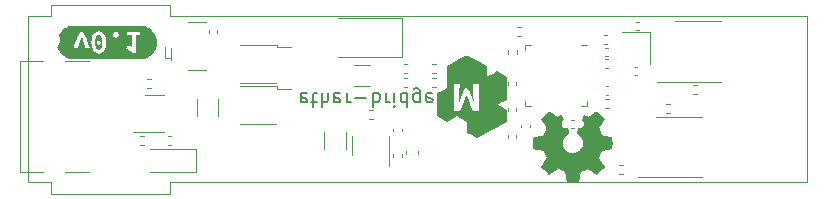
<source format=gbo>
G04 #@! TF.GenerationSoftware,KiCad,Pcbnew,6.0.10+dfsg-1~bpo11+1*
G04 #@! TF.ProjectId,project,70726f6a-6563-4742-9e6b-696361645f70,rev?*
G04 #@! TF.SameCoordinates,Original*
G04 #@! TF.FileFunction,Legend,Bot*
G04 #@! TF.FilePolarity,Positive*
%FSLAX46Y46*%
G04 Gerber Fmt 4.6, Leading zero omitted, Abs format (unit mm)*
%MOMM*%
%LPD*%
G01*
G04 APERTURE LIST*
G04 #@! TA.AperFunction,Profile*
%ADD10C,0.100000*%
G04 #@! TD*
%ADD11C,0.200000*%
%ADD12C,0.120000*%
%ADD13C,0.010000*%
%ADD14C,1.800000*%
%ADD15R,1.700000X1.700000*%
%ADD16O,1.700000X1.700000*%
%ADD17O,2.750000X1.450000*%
%ADD18C,1.552000*%
%ADD19R,2.500000X1.800000*%
%ADD20R,0.800000X0.900000*%
%ADD21C,0.650000*%
%ADD22R,1.450000X0.600000*%
%ADD23R,1.450000X0.300000*%
%ADD24O,2.100000X1.000000*%
%ADD25O,1.600000X1.000000*%
%ADD26R,1.000000X0.800000*%
%ADD27R,0.900000X1.200000*%
%ADD28R,3.650000X3.650000*%
G04 APERTURE END LIST*
D10*
X120262500Y-76037500D02*
X120262500Y-75037500D01*
X184262500Y-76037500D02*
X184262500Y-90037500D01*
X184262500Y-90037500D02*
X130262500Y-90037500D01*
X130262500Y-75037500D02*
X130262500Y-76037500D01*
X130262500Y-76037500D02*
X184262500Y-76037500D01*
X120262500Y-75037500D02*
X130262500Y-75037500D01*
X118262500Y-90037500D02*
X120262500Y-90037500D01*
X120262500Y-76037500D02*
X118262500Y-76037500D01*
X120262500Y-91037500D02*
X130262500Y-91037500D01*
X118262500Y-90037500D02*
X118262500Y-76037500D01*
X130262500Y-91037500D02*
X130262500Y-90037500D01*
X120262500Y-90037500D02*
X120262500Y-91037500D01*
D11*
X141876785Y-82551785D02*
X141762500Y-82494642D01*
X141533928Y-82494642D01*
X141419642Y-82551785D01*
X141362500Y-82666071D01*
X141362500Y-83123214D01*
X141419642Y-83237500D01*
X141533928Y-83294642D01*
X141762500Y-83294642D01*
X141876785Y-83237500D01*
X141933928Y-83123214D01*
X141933928Y-83008928D01*
X141362500Y-82894642D01*
X142276785Y-83294642D02*
X142733928Y-83294642D01*
X142448214Y-83694642D02*
X142448214Y-82666071D01*
X142505357Y-82551785D01*
X142619642Y-82494642D01*
X142733928Y-82494642D01*
X143133928Y-82494642D02*
X143133928Y-83694642D01*
X143648214Y-82494642D02*
X143648214Y-83123214D01*
X143591071Y-83237500D01*
X143476785Y-83294642D01*
X143305357Y-83294642D01*
X143191071Y-83237500D01*
X143133928Y-83180357D01*
X144676785Y-82551785D02*
X144562500Y-82494642D01*
X144333928Y-82494642D01*
X144219642Y-82551785D01*
X144162500Y-82666071D01*
X144162500Y-83123214D01*
X144219642Y-83237500D01*
X144333928Y-83294642D01*
X144562500Y-83294642D01*
X144676785Y-83237500D01*
X144733928Y-83123214D01*
X144733928Y-83008928D01*
X144162500Y-82894642D01*
X145248214Y-82494642D02*
X145248214Y-83294642D01*
X145248214Y-83066071D02*
X145305357Y-83180357D01*
X145362500Y-83237500D01*
X145476785Y-83294642D01*
X145591071Y-83294642D01*
X145991071Y-82951785D02*
X146905357Y-82951785D01*
X147476785Y-82494642D02*
X147476785Y-83694642D01*
X147476785Y-83237500D02*
X147591071Y-83294642D01*
X147819642Y-83294642D01*
X147933928Y-83237500D01*
X147991071Y-83180357D01*
X148048214Y-83066071D01*
X148048214Y-82723214D01*
X147991071Y-82608928D01*
X147933928Y-82551785D01*
X147819642Y-82494642D01*
X147591071Y-82494642D01*
X147476785Y-82551785D01*
X148562500Y-82494642D02*
X148562500Y-83294642D01*
X148562500Y-83066071D02*
X148619642Y-83180357D01*
X148676785Y-83237500D01*
X148791071Y-83294642D01*
X148905357Y-83294642D01*
X149305357Y-82494642D02*
X149305357Y-83294642D01*
X149305357Y-83694642D02*
X149248214Y-83637500D01*
X149305357Y-83580357D01*
X149362500Y-83637500D01*
X149305357Y-83694642D01*
X149305357Y-83580357D01*
X150391071Y-82494642D02*
X150391071Y-83694642D01*
X150391071Y-82551785D02*
X150276785Y-82494642D01*
X150048214Y-82494642D01*
X149933928Y-82551785D01*
X149876785Y-82608928D01*
X149819642Y-82723214D01*
X149819642Y-83066071D01*
X149876785Y-83180357D01*
X149933928Y-83237500D01*
X150048214Y-83294642D01*
X150276785Y-83294642D01*
X150391071Y-83237500D01*
X151476785Y-83294642D02*
X151476785Y-82323214D01*
X151419642Y-82208928D01*
X151362500Y-82151785D01*
X151248214Y-82094642D01*
X151076785Y-82094642D01*
X150962500Y-82151785D01*
X151476785Y-82551785D02*
X151362500Y-82494642D01*
X151133928Y-82494642D01*
X151019642Y-82551785D01*
X150962500Y-82608928D01*
X150905357Y-82723214D01*
X150905357Y-83066071D01*
X150962500Y-83180357D01*
X151019642Y-83237500D01*
X151133928Y-83294642D01*
X151362500Y-83294642D01*
X151476785Y-83237500D01*
X152505357Y-82551785D02*
X152391071Y-82494642D01*
X152162500Y-82494642D01*
X152048214Y-82551785D01*
X151991071Y-82666071D01*
X151991071Y-83123214D01*
X152048214Y-83237500D01*
X152162500Y-83294642D01*
X152391071Y-83294642D01*
X152505357Y-83237500D01*
X152562500Y-83123214D01*
X152562500Y-83008928D01*
X151991071Y-82894642D01*
G36*
X155516978Y-79370315D02*
G01*
X155723523Y-79462245D01*
X156014036Y-79605884D01*
X156351128Y-79783266D01*
X157133460Y-80206600D01*
X157134294Y-80651100D01*
X157139593Y-80823044D01*
X157163009Y-81018797D01*
X157198629Y-81094580D01*
X157238457Y-81083233D01*
X157397366Y-81009492D01*
X157618073Y-80890031D01*
X157974017Y-80686502D01*
X158400527Y-80912218D01*
X158827037Y-81137933D01*
X158827750Y-82119908D01*
X158828462Y-83101882D01*
X158485705Y-83256444D01*
X158393354Y-83299872D01*
X158197999Y-83405570D01*
X158100339Y-83479949D01*
X158111979Y-83518699D01*
X158232321Y-83617833D01*
X158443096Y-83736117D01*
X158828462Y-83923342D01*
X158826641Y-84435638D01*
X158824820Y-84947933D01*
X157558672Y-85638324D01*
X156292523Y-86328715D01*
X155867871Y-86103991D01*
X155443220Y-85879266D01*
X155441287Y-85413600D01*
X155439355Y-84947933D01*
X154585499Y-84476939D01*
X153747033Y-84933289D01*
X152944129Y-84492097D01*
X152933523Y-84058933D01*
X154341129Y-84058933D01*
X154622808Y-84058933D01*
X154753798Y-84053221D01*
X154853942Y-84014554D01*
X154935465Y-83911077D01*
X155022713Y-83710942D01*
X155140029Y-83382302D01*
X155184513Y-83258050D01*
X155293658Y-82982623D01*
X155382276Y-82799108D01*
X155434470Y-82742073D01*
X155443121Y-82751243D01*
X155503807Y-82877081D01*
X155592817Y-83113460D01*
X155694155Y-83418704D01*
X155777609Y-83679805D01*
X155859576Y-83895529D01*
X155936669Y-84008467D01*
X156033922Y-84051856D01*
X156176368Y-84058933D01*
X156457795Y-84058933D01*
X156457795Y-81772933D01*
X155927954Y-81772933D01*
X155979815Y-82556100D01*
X155996324Y-82829739D01*
X156001915Y-83079982D01*
X155980878Y-83174143D01*
X155926383Y-83111116D01*
X155831601Y-82889794D01*
X155689702Y-82509068D01*
X155675694Y-82471116D01*
X155546970Y-82184575D01*
X155428732Y-82057568D01*
X155312148Y-82092086D01*
X155188386Y-82290121D01*
X155048616Y-82653666D01*
X155038206Y-82684389D01*
X154935638Y-82972271D01*
X154849873Y-83188630D01*
X154798551Y-83288666D01*
X154787121Y-83275900D01*
X154778806Y-83140172D01*
X154785328Y-82888934D01*
X154806328Y-82556100D01*
X154867105Y-81772933D01*
X154341129Y-81772933D01*
X154341129Y-84058933D01*
X152933523Y-84058933D01*
X152920333Y-83520230D01*
X152896538Y-82548363D01*
X153322500Y-82316526D01*
X153748462Y-82084688D01*
X153749015Y-81772933D01*
X153751792Y-80206600D01*
X154533293Y-79769620D01*
X154780756Y-79635402D01*
X155086026Y-79482181D01*
X155318631Y-79380097D01*
X155441795Y-79346286D01*
X155516978Y-79370315D01*
G37*
D12*
X149962500Y-76187500D02*
X149962500Y-79487500D01*
X149962500Y-79487500D02*
X144562500Y-79487500D01*
X149962500Y-76187500D02*
X144562500Y-76187500D01*
X152494879Y-81257500D02*
X152830121Y-81257500D01*
X152494879Y-82017500D02*
X152830121Y-82017500D01*
X169754664Y-77197500D02*
X169970336Y-77197500D01*
X169754664Y-76477500D02*
X169970336Y-76477500D01*
G36*
X166379455Y-84093850D02*
G01*
X166413469Y-84119779D01*
X166465905Y-84165430D01*
X166532199Y-84226314D01*
X166607787Y-84297939D01*
X166688104Y-84375817D01*
X166768587Y-84455455D01*
X166844671Y-84532365D01*
X166911793Y-84602055D01*
X166965388Y-84660036D01*
X167000892Y-84701816D01*
X167013741Y-84722907D01*
X167013000Y-84726919D01*
X166997707Y-84759580D01*
X166965038Y-84816088D01*
X166918150Y-84891337D01*
X166860199Y-84980225D01*
X166794343Y-85077646D01*
X166775873Y-85104518D01*
X166711018Y-85199077D01*
X166653891Y-85282673D01*
X166607822Y-85350416D01*
X166576141Y-85397414D01*
X166562176Y-85418774D01*
X166561832Y-85419689D01*
X166565954Y-85445822D01*
X166581693Y-85498760D01*
X166606496Y-85571853D01*
X166637811Y-85658448D01*
X166673083Y-85751892D01*
X166709760Y-85845535D01*
X166745288Y-85932723D01*
X166777114Y-86006805D01*
X166802684Y-86061129D01*
X166819447Y-86089043D01*
X166821126Y-86090776D01*
X166833128Y-86099544D01*
X166853397Y-86108385D01*
X166885971Y-86118208D01*
X166934884Y-86129917D01*
X167004173Y-86144420D01*
X167097875Y-86162624D01*
X167220024Y-86185434D01*
X167374658Y-86213759D01*
X167406730Y-86219720D01*
X167498607Y-86238148D01*
X167575893Y-86255608D01*
X167631264Y-86270367D01*
X167657395Y-86280690D01*
X167661767Y-86289303D01*
X167669055Y-86330674D01*
X167674831Y-86399259D01*
X167679090Y-86488632D01*
X167681827Y-86592365D01*
X167683038Y-86704035D01*
X167682718Y-86817213D01*
X167680864Y-86925474D01*
X167677470Y-87022392D01*
X167672533Y-87101541D01*
X167666048Y-87156494D01*
X167658011Y-87180826D01*
X167649804Y-87184421D01*
X167608981Y-87195752D01*
X167539976Y-87211778D01*
X167448297Y-87231305D01*
X167339450Y-87253138D01*
X167218942Y-87276082D01*
X167153143Y-87288341D01*
X167040365Y-87309599D01*
X166943293Y-87328213D01*
X166867118Y-87343172D01*
X166817031Y-87353464D01*
X166798224Y-87358078D01*
X166797517Y-87359029D01*
X166785539Y-87383190D01*
X166762706Y-87433806D01*
X166731870Y-87504162D01*
X166695887Y-87587542D01*
X166657609Y-87677230D01*
X166619891Y-87766511D01*
X166585587Y-87848668D01*
X166557551Y-87916987D01*
X166538636Y-87964752D01*
X166531697Y-87985246D01*
X166534758Y-87992457D01*
X166555128Y-88026772D01*
X166592078Y-88084530D01*
X166642640Y-88161201D01*
X166703843Y-88252252D01*
X166772719Y-88353150D01*
X166810506Y-88408407D01*
X166875718Y-88505285D01*
X166931629Y-88590307D01*
X166975259Y-88658838D01*
X167003623Y-88706240D01*
X167013741Y-88727877D01*
X167006710Y-88739613D01*
X166977303Y-88774682D01*
X166929059Y-88827755D01*
X166866407Y-88894336D01*
X166793775Y-88969926D01*
X166715592Y-89050028D01*
X166636286Y-89130146D01*
X166560287Y-89205782D01*
X166492022Y-89272438D01*
X166435920Y-89325618D01*
X166396410Y-89360824D01*
X166377921Y-89373558D01*
X166367657Y-89368607D01*
X166329970Y-89345643D01*
X166269152Y-89306562D01*
X166189587Y-89254228D01*
X166095657Y-89191504D01*
X165991746Y-89121254D01*
X165620706Y-88868949D01*
X165311420Y-88996447D01*
X165002135Y-89123945D01*
X164918314Y-89568569D01*
X164834494Y-90013193D01*
X163909046Y-90013193D01*
X163825225Y-89568569D01*
X163741405Y-89123945D01*
X163122833Y-88868949D01*
X162751793Y-89121254D01*
X162678356Y-89170994D01*
X162581001Y-89236282D01*
X162496713Y-89292046D01*
X162429869Y-89335422D01*
X162384846Y-89363547D01*
X162366022Y-89373558D01*
X162354461Y-89366439D01*
X162319904Y-89336606D01*
X162267606Y-89287648D01*
X162202000Y-89224060D01*
X162127517Y-89150337D01*
X162048587Y-89070975D01*
X161969644Y-88990469D01*
X161895116Y-88913315D01*
X161829437Y-88844007D01*
X161777037Y-88787043D01*
X161742347Y-88746916D01*
X161729799Y-88728123D01*
X161732718Y-88720049D01*
X161752929Y-88684031D01*
X161789837Y-88624756D01*
X161840450Y-88546870D01*
X161901775Y-88455019D01*
X161970821Y-88353850D01*
X162008713Y-88298674D01*
X162073894Y-88202616D01*
X162129777Y-88118783D01*
X162173383Y-88051723D01*
X162201731Y-88005981D01*
X162211843Y-87986104D01*
X162211677Y-87985003D01*
X162202757Y-87959806D01*
X162182294Y-87908353D01*
X162153140Y-87837365D01*
X162118147Y-87753565D01*
X162080168Y-87663672D01*
X162042055Y-87574409D01*
X162006661Y-87492497D01*
X161976838Y-87424657D01*
X161955439Y-87377610D01*
X161945316Y-87358078D01*
X161939326Y-87356345D01*
X161902934Y-87348531D01*
X161838073Y-87335585D01*
X161749935Y-87318521D01*
X161643713Y-87298349D01*
X161524598Y-87276082D01*
X161461817Y-87264277D01*
X161346588Y-87241752D01*
X161245838Y-87220950D01*
X161165074Y-87203065D01*
X161109802Y-87189292D01*
X161085529Y-87180826D01*
X161081169Y-87172434D01*
X161073937Y-87131428D01*
X161068254Y-87063132D01*
X161064118Y-86973971D01*
X161061523Y-86870372D01*
X161060464Y-86758760D01*
X161060939Y-86645562D01*
X161062941Y-86537204D01*
X161066467Y-86440111D01*
X161071513Y-86360710D01*
X161078073Y-86305428D01*
X161086144Y-86280690D01*
X161091042Y-86277900D01*
X161127570Y-86265931D01*
X161190935Y-86250095D01*
X161273814Y-86232126D01*
X161368882Y-86213759D01*
X161400958Y-86207909D01*
X161549107Y-86180702D01*
X161665539Y-86158837D01*
X161754291Y-86141407D01*
X161819397Y-86127504D01*
X161864894Y-86116223D01*
X161894818Y-86106657D01*
X161913206Y-86097899D01*
X161924093Y-86089043D01*
X161925358Y-86087557D01*
X161943162Y-86056569D01*
X161969506Y-85999866D01*
X162001839Y-85924101D01*
X162037607Y-85835926D01*
X162074256Y-85741993D01*
X162109234Y-85648953D01*
X162139987Y-85563459D01*
X162163962Y-85492164D01*
X162178605Y-85441718D01*
X162181364Y-85418774D01*
X162179519Y-85415797D01*
X162160425Y-85387007D01*
X162124516Y-85333905D01*
X162075122Y-85261383D01*
X162015573Y-85174333D01*
X161949197Y-85077646D01*
X161930980Y-85051044D01*
X161866923Y-84955625D01*
X161811563Y-84870288D01*
X161768061Y-84800095D01*
X161739576Y-84750106D01*
X161729268Y-84725384D01*
X161731489Y-84718884D01*
X161754642Y-84686856D01*
X161800323Y-84634555D01*
X161865259Y-84565501D01*
X161946181Y-84483214D01*
X162039815Y-84391214D01*
X162093335Y-84339719D01*
X162177958Y-84259517D01*
X162252025Y-84190822D01*
X162311559Y-84137248D01*
X162352583Y-84102415D01*
X162371119Y-84089937D01*
X162383854Y-84094562D01*
X162423064Y-84116443D01*
X162480005Y-84152227D01*
X162547250Y-84197383D01*
X162595062Y-84230335D01*
X162690515Y-84295773D01*
X162792375Y-84365272D01*
X162885412Y-84428425D01*
X163067668Y-84551700D01*
X163220659Y-84468980D01*
X163256683Y-84449887D01*
X163322197Y-84417228D01*
X163372860Y-84394681D01*
X163399936Y-84386274D01*
X163408797Y-84397070D01*
X163430801Y-84438177D01*
X163463301Y-84505951D01*
X163504490Y-84596091D01*
X163552558Y-84704295D01*
X163605698Y-84826263D01*
X163662101Y-84957692D01*
X163719958Y-85094282D01*
X163777462Y-85231733D01*
X163832803Y-85365742D01*
X163884174Y-85492009D01*
X163929765Y-85606232D01*
X163967768Y-85704110D01*
X163996376Y-85781343D01*
X164013779Y-85833629D01*
X164018169Y-85856667D01*
X164017872Y-85857340D01*
X163997423Y-85878637D01*
X163954650Y-85911992D01*
X163898383Y-85950489D01*
X163880623Y-85962244D01*
X163745486Y-86073765D01*
X163633644Y-86206594D01*
X163547745Y-86355202D01*
X163490438Y-86514060D01*
X163464369Y-86677640D01*
X163472187Y-86840412D01*
X163503856Y-86985185D01*
X163560718Y-87131376D01*
X163643612Y-87261797D01*
X163757369Y-87385687D01*
X163802067Y-87425265D01*
X163946565Y-87522777D01*
X164102662Y-87588450D01*
X164265833Y-87622870D01*
X164431557Y-87626626D01*
X164595308Y-87600306D01*
X164752564Y-87544497D01*
X164898802Y-87459786D01*
X165029496Y-87346763D01*
X165140126Y-87206013D01*
X165161395Y-87171158D01*
X165233690Y-87011845D01*
X165272085Y-86845948D01*
X165277586Y-86677763D01*
X165251199Y-86511587D01*
X165193930Y-86351716D01*
X165106783Y-86202447D01*
X164990764Y-86068077D01*
X164846878Y-85952901D01*
X164842206Y-85949798D01*
X164786536Y-85910567D01*
X164744811Y-85877214D01*
X164725754Y-85856667D01*
X164728158Y-85840559D01*
X164743109Y-85793656D01*
X164769619Y-85720961D01*
X164805880Y-85626775D01*
X164850084Y-85515402D01*
X164900424Y-85391142D01*
X164955093Y-85258298D01*
X165012282Y-85121173D01*
X165070184Y-84984068D01*
X165126990Y-84851285D01*
X165180894Y-84727126D01*
X165230088Y-84615894D01*
X165272763Y-84521891D01*
X165307113Y-84449418D01*
X165331329Y-84402778D01*
X165343603Y-84386274D01*
X165353811Y-84388509D01*
X165393914Y-84404574D01*
X165453182Y-84432741D01*
X165522881Y-84468980D01*
X165675871Y-84551700D01*
X165858127Y-84428425D01*
X165911973Y-84391921D01*
X166012126Y-84323716D01*
X166111975Y-84255402D01*
X166196289Y-84197383D01*
X166242821Y-84165764D01*
X166303300Y-84126480D01*
X166348143Y-84099588D01*
X166370045Y-84089617D01*
X166379455Y-84093850D01*
G37*
D13*
X166379455Y-84093850D02*
X166413469Y-84119779D01*
X166465905Y-84165430D01*
X166532199Y-84226314D01*
X166607787Y-84297939D01*
X166688104Y-84375817D01*
X166768587Y-84455455D01*
X166844671Y-84532365D01*
X166911793Y-84602055D01*
X166965388Y-84660036D01*
X167000892Y-84701816D01*
X167013741Y-84722907D01*
X167013000Y-84726919D01*
X166997707Y-84759580D01*
X166965038Y-84816088D01*
X166918150Y-84891337D01*
X166860199Y-84980225D01*
X166794343Y-85077646D01*
X166775873Y-85104518D01*
X166711018Y-85199077D01*
X166653891Y-85282673D01*
X166607822Y-85350416D01*
X166576141Y-85397414D01*
X166562176Y-85418774D01*
X166561832Y-85419689D01*
X166565954Y-85445822D01*
X166581693Y-85498760D01*
X166606496Y-85571853D01*
X166637811Y-85658448D01*
X166673083Y-85751892D01*
X166709760Y-85845535D01*
X166745288Y-85932723D01*
X166777114Y-86006805D01*
X166802684Y-86061129D01*
X166819447Y-86089043D01*
X166821126Y-86090776D01*
X166833128Y-86099544D01*
X166853397Y-86108385D01*
X166885971Y-86118208D01*
X166934884Y-86129917D01*
X167004173Y-86144420D01*
X167097875Y-86162624D01*
X167220024Y-86185434D01*
X167374658Y-86213759D01*
X167406730Y-86219720D01*
X167498607Y-86238148D01*
X167575893Y-86255608D01*
X167631264Y-86270367D01*
X167657395Y-86280690D01*
X167661767Y-86289303D01*
X167669055Y-86330674D01*
X167674831Y-86399259D01*
X167679090Y-86488632D01*
X167681827Y-86592365D01*
X167683038Y-86704035D01*
X167682718Y-86817213D01*
X167680864Y-86925474D01*
X167677470Y-87022392D01*
X167672533Y-87101541D01*
X167666048Y-87156494D01*
X167658011Y-87180826D01*
X167649804Y-87184421D01*
X167608981Y-87195752D01*
X167539976Y-87211778D01*
X167448297Y-87231305D01*
X167339450Y-87253138D01*
X167218942Y-87276082D01*
X167153143Y-87288341D01*
X167040365Y-87309599D01*
X166943293Y-87328213D01*
X166867118Y-87343172D01*
X166817031Y-87353464D01*
X166798224Y-87358078D01*
X166797517Y-87359029D01*
X166785539Y-87383190D01*
X166762706Y-87433806D01*
X166731870Y-87504162D01*
X166695887Y-87587542D01*
X166657609Y-87677230D01*
X166619891Y-87766511D01*
X166585587Y-87848668D01*
X166557551Y-87916987D01*
X166538636Y-87964752D01*
X166531697Y-87985246D01*
X166534758Y-87992457D01*
X166555128Y-88026772D01*
X166592078Y-88084530D01*
X166642640Y-88161201D01*
X166703843Y-88252252D01*
X166772719Y-88353150D01*
X166810506Y-88408407D01*
X166875718Y-88505285D01*
X166931629Y-88590307D01*
X166975259Y-88658838D01*
X167003623Y-88706240D01*
X167013741Y-88727877D01*
X167006710Y-88739613D01*
X166977303Y-88774682D01*
X166929059Y-88827755D01*
X166866407Y-88894336D01*
X166793775Y-88969926D01*
X166715592Y-89050028D01*
X166636286Y-89130146D01*
X166560287Y-89205782D01*
X166492022Y-89272438D01*
X166435920Y-89325618D01*
X166396410Y-89360824D01*
X166377921Y-89373558D01*
X166367657Y-89368607D01*
X166329970Y-89345643D01*
X166269152Y-89306562D01*
X166189587Y-89254228D01*
X166095657Y-89191504D01*
X165991746Y-89121254D01*
X165620706Y-88868949D01*
X165311420Y-88996447D01*
X165002135Y-89123945D01*
X164918314Y-89568569D01*
X164834494Y-90013193D01*
X163909046Y-90013193D01*
X163825225Y-89568569D01*
X163741405Y-89123945D01*
X163122833Y-88868949D01*
X162751793Y-89121254D01*
X162678356Y-89170994D01*
X162581001Y-89236282D01*
X162496713Y-89292046D01*
X162429869Y-89335422D01*
X162384846Y-89363547D01*
X162366022Y-89373558D01*
X162354461Y-89366439D01*
X162319904Y-89336606D01*
X162267606Y-89287648D01*
X162202000Y-89224060D01*
X162127517Y-89150337D01*
X162048587Y-89070975D01*
X161969644Y-88990469D01*
X161895116Y-88913315D01*
X161829437Y-88844007D01*
X161777037Y-88787043D01*
X161742347Y-88746916D01*
X161729799Y-88728123D01*
X161732718Y-88720049D01*
X161752929Y-88684031D01*
X161789837Y-88624756D01*
X161840450Y-88546870D01*
X161901775Y-88455019D01*
X161970821Y-88353850D01*
X162008713Y-88298674D01*
X162073894Y-88202616D01*
X162129777Y-88118783D01*
X162173383Y-88051723D01*
X162201731Y-88005981D01*
X162211843Y-87986104D01*
X162211677Y-87985003D01*
X162202757Y-87959806D01*
X162182294Y-87908353D01*
X162153140Y-87837365D01*
X162118147Y-87753565D01*
X162080168Y-87663672D01*
X162042055Y-87574409D01*
X162006661Y-87492497D01*
X161976838Y-87424657D01*
X161955439Y-87377610D01*
X161945316Y-87358078D01*
X161939326Y-87356345D01*
X161902934Y-87348531D01*
X161838073Y-87335585D01*
X161749935Y-87318521D01*
X161643713Y-87298349D01*
X161524598Y-87276082D01*
X161461817Y-87264277D01*
X161346588Y-87241752D01*
X161245838Y-87220950D01*
X161165074Y-87203065D01*
X161109802Y-87189292D01*
X161085529Y-87180826D01*
X161081169Y-87172434D01*
X161073937Y-87131428D01*
X161068254Y-87063132D01*
X161064118Y-86973971D01*
X161061523Y-86870372D01*
X161060464Y-86758760D01*
X161060939Y-86645562D01*
X161062941Y-86537204D01*
X161066467Y-86440111D01*
X161071513Y-86360710D01*
X161078073Y-86305428D01*
X161086144Y-86280690D01*
X161091042Y-86277900D01*
X161127570Y-86265931D01*
X161190935Y-86250095D01*
X161273814Y-86232126D01*
X161368882Y-86213759D01*
X161400958Y-86207909D01*
X161549107Y-86180702D01*
X161665539Y-86158837D01*
X161754291Y-86141407D01*
X161819397Y-86127504D01*
X161864894Y-86116223D01*
X161894818Y-86106657D01*
X161913206Y-86097899D01*
X161924093Y-86089043D01*
X161925358Y-86087557D01*
X161943162Y-86056569D01*
X161969506Y-85999866D01*
X162001839Y-85924101D01*
X162037607Y-85835926D01*
X162074256Y-85741993D01*
X162109234Y-85648953D01*
X162139987Y-85563459D01*
X162163962Y-85492164D01*
X162178605Y-85441718D01*
X162181364Y-85418774D01*
X162179519Y-85415797D01*
X162160425Y-85387007D01*
X162124516Y-85333905D01*
X162075122Y-85261383D01*
X162015573Y-85174333D01*
X161949197Y-85077646D01*
X161930980Y-85051044D01*
X161866923Y-84955625D01*
X161811563Y-84870288D01*
X161768061Y-84800095D01*
X161739576Y-84750106D01*
X161729268Y-84725384D01*
X161731489Y-84718884D01*
X161754642Y-84686856D01*
X161800323Y-84634555D01*
X161865259Y-84565501D01*
X161946181Y-84483214D01*
X162039815Y-84391214D01*
X162093335Y-84339719D01*
X162177958Y-84259517D01*
X162252025Y-84190822D01*
X162311559Y-84137248D01*
X162352583Y-84102415D01*
X162371119Y-84089937D01*
X162383854Y-84094562D01*
X162423064Y-84116443D01*
X162480005Y-84152227D01*
X162547250Y-84197383D01*
X162595062Y-84230335D01*
X162690515Y-84295773D01*
X162792375Y-84365272D01*
X162885412Y-84428425D01*
X163067668Y-84551700D01*
X163220659Y-84468980D01*
X163256683Y-84449887D01*
X163322197Y-84417228D01*
X163372860Y-84394681D01*
X163399936Y-84386274D01*
X163408797Y-84397070D01*
X163430801Y-84438177D01*
X163463301Y-84505951D01*
X163504490Y-84596091D01*
X163552558Y-84704295D01*
X163605698Y-84826263D01*
X163662101Y-84957692D01*
X163719958Y-85094282D01*
X163777462Y-85231733D01*
X163832803Y-85365742D01*
X163884174Y-85492009D01*
X163929765Y-85606232D01*
X163967768Y-85704110D01*
X163996376Y-85781343D01*
X164013779Y-85833629D01*
X164018169Y-85856667D01*
X164017872Y-85857340D01*
X163997423Y-85878637D01*
X163954650Y-85911992D01*
X163898383Y-85950489D01*
X163880623Y-85962244D01*
X163745486Y-86073765D01*
X163633644Y-86206594D01*
X163547745Y-86355202D01*
X163490438Y-86514060D01*
X163464369Y-86677640D01*
X163472187Y-86840412D01*
X163503856Y-86985185D01*
X163560718Y-87131376D01*
X163643612Y-87261797D01*
X163757369Y-87385687D01*
X163802067Y-87425265D01*
X163946565Y-87522777D01*
X164102662Y-87588450D01*
X164265833Y-87622870D01*
X164431557Y-87626626D01*
X164595308Y-87600306D01*
X164752564Y-87544497D01*
X164898802Y-87459786D01*
X165029496Y-87346763D01*
X165140126Y-87206013D01*
X165161395Y-87171158D01*
X165233690Y-87011845D01*
X165272085Y-86845948D01*
X165277586Y-86677763D01*
X165251199Y-86511587D01*
X165193930Y-86351716D01*
X165106783Y-86202447D01*
X164990764Y-86068077D01*
X164846878Y-85952901D01*
X164842206Y-85949798D01*
X164786536Y-85910567D01*
X164744811Y-85877214D01*
X164725754Y-85856667D01*
X164728158Y-85840559D01*
X164743109Y-85793656D01*
X164769619Y-85720961D01*
X164805880Y-85626775D01*
X164850084Y-85515402D01*
X164900424Y-85391142D01*
X164955093Y-85258298D01*
X165012282Y-85121173D01*
X165070184Y-84984068D01*
X165126990Y-84851285D01*
X165180894Y-84727126D01*
X165230088Y-84615894D01*
X165272763Y-84521891D01*
X165307113Y-84449418D01*
X165331329Y-84402778D01*
X165343603Y-84386274D01*
X165353811Y-84388509D01*
X165393914Y-84404574D01*
X165453182Y-84432741D01*
X165522881Y-84468980D01*
X165675871Y-84551700D01*
X165858127Y-84428425D01*
X165911973Y-84391921D01*
X166012126Y-84323716D01*
X166111975Y-84255402D01*
X166196289Y-84197383D01*
X166242821Y-84165764D01*
X166303300Y-84126480D01*
X166348143Y-84099588D01*
X166370045Y-84089617D01*
X166379455Y-84093850D01*
D12*
X167146665Y-80397500D02*
X167378335Y-80397500D01*
X167146665Y-79677500D02*
X167378335Y-79677500D01*
X159694879Y-77717500D02*
X160030121Y-77717500D01*
X159694879Y-76957500D02*
X160030121Y-76957500D01*
X134372500Y-84448752D02*
X134372500Y-83026248D01*
X132552500Y-84448752D02*
X132552500Y-83026248D01*
X159622500Y-81853335D02*
X159622500Y-81621665D01*
X158902500Y-81853335D02*
X158902500Y-81621665D01*
X150378335Y-80797500D02*
X150146665Y-80797500D01*
X150378335Y-80077500D02*
X150146665Y-80077500D01*
X168612500Y-77387500D02*
X170912500Y-77387500D01*
X170912500Y-77387500D02*
X170912500Y-80087500D01*
X145172500Y-87248752D02*
X145172500Y-85826248D01*
X143352500Y-87248752D02*
X143352500Y-85826248D01*
X147467621Y-83920000D02*
X147132379Y-83920000D01*
X147467621Y-84680000D02*
X147132379Y-84680000D01*
X128962500Y-82677500D02*
X128162500Y-82677500D01*
X128962500Y-82677500D02*
X129762500Y-82677500D01*
X128962500Y-85797500D02*
X129762500Y-85797500D01*
X128962500Y-85797500D02*
X127162500Y-85797500D01*
X152494879Y-80057500D02*
X152830121Y-80057500D01*
X152494879Y-80817500D02*
X152830121Y-80817500D01*
X133602500Y-77453335D02*
X133602500Y-77221665D01*
X134322500Y-77453335D02*
X134322500Y-77221665D01*
X167415835Y-82660000D02*
X167184165Y-82660000D01*
X167415835Y-81940000D02*
X167184165Y-81940000D01*
X119537500Y-79837500D02*
X117637500Y-79837500D01*
X117637500Y-89237500D02*
X117637500Y-79837500D01*
X119537500Y-89237500D02*
X117637500Y-89237500D01*
X123437500Y-89237500D02*
X121437500Y-89237500D01*
X123437500Y-79837500D02*
X121437500Y-79837500D01*
X145851248Y-80127500D02*
X147273752Y-80127500D01*
X145851248Y-81947500D02*
X147273752Y-81947500D01*
X150378335Y-81997500D02*
X150146665Y-81997500D01*
X150378335Y-81277500D02*
X150146665Y-81277500D01*
X160040000Y-85415835D02*
X160040000Y-85184165D01*
X160760000Y-85415835D02*
X160760000Y-85184165D01*
X174594879Y-81857500D02*
X174930121Y-81857500D01*
X174594879Y-82617500D02*
X174930121Y-82617500D01*
X151272500Y-87683767D02*
X151272500Y-87391233D01*
X150252500Y-87683767D02*
X150252500Y-87391233D01*
X167467621Y-83020000D02*
X167132379Y-83020000D01*
X167467621Y-83780000D02*
X167132379Y-83780000D01*
X167146665Y-79397500D02*
X167378335Y-79397500D01*
X167146665Y-78677500D02*
X167378335Y-78677500D01*
X139262500Y-81637500D02*
X136262500Y-81637500D01*
X136262500Y-78437500D02*
X139362500Y-78437500D01*
X139362500Y-78637500D02*
X140562500Y-78637500D01*
X139362500Y-78437500D02*
X139362500Y-78637500D01*
X139362500Y-81937500D02*
X139362500Y-82137500D01*
X139262500Y-85137500D02*
X136262500Y-85137500D01*
X136262500Y-81937500D02*
X139362500Y-81937500D01*
X139362500Y-82137500D02*
X140562500Y-82137500D01*
X159622500Y-86315835D02*
X159622500Y-86084165D01*
X158902500Y-86315835D02*
X158902500Y-86084165D01*
X168667621Y-88620000D02*
X168332379Y-88620000D01*
X168667621Y-89380000D02*
X168332379Y-89380000D01*
X164284165Y-85497500D02*
X164515835Y-85497500D01*
X164284165Y-84777500D02*
X164515835Y-84777500D01*
X158882500Y-79205121D02*
X158882500Y-78869879D01*
X159642500Y-79205121D02*
X159642500Y-78869879D01*
X175000000Y-76440000D02*
X173050000Y-76440000D01*
X175000000Y-81560000D02*
X176950000Y-81560000D01*
X175000000Y-81560000D02*
X171550000Y-81560000D01*
X175000000Y-76440000D02*
X176950000Y-76440000D01*
X129862500Y-77537500D02*
X129862500Y-79537500D01*
X130362500Y-76537500D02*
X130362500Y-80537500D01*
X129862500Y-79537500D02*
X130362500Y-79537500D01*
X131862500Y-80537500D02*
X133362500Y-80537500D01*
X131862500Y-76537500D02*
X133362500Y-76537500D01*
X129862500Y-77537500D02*
X130362500Y-77537500D01*
X130378335Y-86897500D02*
X130146665Y-86897500D01*
X130378335Y-86177500D02*
X130146665Y-86177500D01*
X132512500Y-87237500D02*
X128612500Y-87237500D01*
X132512500Y-87237500D02*
X132512500Y-89237500D01*
X132512500Y-89237500D02*
X128612500Y-89237500D01*
X167315835Y-78360000D02*
X167084165Y-78360000D01*
X167315835Y-77640000D02*
X167084165Y-77640000D01*
X173400000Y-84540000D02*
X171450000Y-84540000D01*
X173400000Y-84540000D02*
X175350000Y-84540000D01*
X173400000Y-89660000D02*
X169950000Y-89660000D01*
X173400000Y-89660000D02*
X175350000Y-89660000D01*
G36*
X127930258Y-76820447D02*
G01*
X128068482Y-76840950D01*
X128204030Y-76874904D01*
X128335597Y-76921979D01*
X128461917Y-76981724D01*
X128581772Y-77053562D01*
X128694009Y-77136803D01*
X128797547Y-77230644D01*
X128891388Y-77334181D01*
X128974628Y-77446418D01*
X129046467Y-77566274D01*
X129106212Y-77692593D01*
X129153287Y-77824161D01*
X129187240Y-77959709D01*
X129207744Y-78097932D01*
X129214600Y-78237500D01*
X129207744Y-78377068D01*
X129187240Y-78515291D01*
X129153287Y-78650839D01*
X129106212Y-78782407D01*
X129046467Y-78908726D01*
X128974628Y-79028582D01*
X128891388Y-79140819D01*
X128797547Y-79244356D01*
X128694009Y-79338197D01*
X128581772Y-79421438D01*
X128461917Y-79493276D01*
X128335597Y-79553021D01*
X128204030Y-79600096D01*
X128068482Y-79634050D01*
X127930258Y-79654553D01*
X127790691Y-79661410D01*
X122134309Y-79661410D01*
X121994742Y-79654553D01*
X121856518Y-79634050D01*
X121720970Y-79600096D01*
X121589403Y-79553021D01*
X121463083Y-79493276D01*
X121343228Y-79421438D01*
X121230991Y-79338197D01*
X121127453Y-79244356D01*
X121033612Y-79140819D01*
X120950372Y-79028582D01*
X120878533Y-78908726D01*
X120818788Y-78782407D01*
X120790293Y-78702767D01*
X122134552Y-78702767D01*
X122509673Y-78702767D01*
X122538389Y-78588631D01*
X122572193Y-78467225D01*
X122609632Y-78341821D01*
X122649253Y-78215691D01*
X122690327Y-78091014D01*
X122732128Y-77969972D01*
X122812096Y-77751878D01*
X122896426Y-77969972D01*
X122942589Y-78091014D01*
X122988025Y-78215691D01*
X123032371Y-78341821D01*
X123075263Y-78467225D01*
X123113429Y-78588631D01*
X123143599Y-78702767D01*
X123507088Y-78702767D01*
X123444386Y-78500394D01*
X123378413Y-78306200D01*
X123353922Y-78240408D01*
X123649576Y-78240408D01*
X123659754Y-78461046D01*
X123690287Y-78651878D01*
X123741175Y-78812904D01*
X123812419Y-78944124D01*
X123936167Y-79073364D01*
X124090287Y-79150909D01*
X124274778Y-79176757D01*
X124462177Y-79151070D01*
X124617266Y-79074011D01*
X124740044Y-78945578D01*
X124810016Y-78814812D01*
X124826732Y-78760925D01*
X126595295Y-78760925D01*
X126746506Y-78827807D01*
X126909350Y-78917952D01*
X127063469Y-79022637D01*
X127188510Y-79136046D01*
X127432775Y-79136046D01*
X127432775Y-77632653D01*
X127790448Y-77632653D01*
X127790448Y-77336046D01*
X126697072Y-77336046D01*
X126697072Y-77632653D01*
X127075101Y-77632653D01*
X127075101Y-78638792D01*
X126888994Y-78535561D01*
X126711611Y-78464317D01*
X126595295Y-78760925D01*
X124826732Y-78760925D01*
X124859996Y-78653695D01*
X124889984Y-78462227D01*
X124899980Y-78240408D01*
X124889984Y-78017225D01*
X124859996Y-77824576D01*
X124810016Y-77662460D01*
X124758600Y-77565771D01*
X125469931Y-77565771D01*
X125491741Y-77674818D01*
X125549899Y-77754786D01*
X125632775Y-77804221D01*
X125731644Y-77821668D01*
X125911935Y-77754786D01*
X125990448Y-77565771D01*
X125911935Y-77370941D01*
X125731644Y-77304059D01*
X125632775Y-77321506D01*
X125549899Y-77372395D01*
X125491741Y-77453817D01*
X125469931Y-77565771D01*
X124758600Y-77565771D01*
X124740044Y-77530876D01*
X124617266Y-77401636D01*
X124462177Y-77324091D01*
X124274778Y-77298243D01*
X124087379Y-77324091D01*
X123932290Y-77401636D01*
X123809511Y-77530876D01*
X123739540Y-77662460D01*
X123689560Y-77824576D01*
X123659572Y-78017225D01*
X123649576Y-78240408D01*
X123353922Y-78240408D01*
X123309168Y-78120184D01*
X123236652Y-77942347D01*
X123139721Y-77720537D01*
X123046668Y-77518437D01*
X122957492Y-77336046D01*
X122657977Y-77336046D01*
X122570254Y-77518437D01*
X122481563Y-77720537D01*
X122391902Y-77942347D01*
X122325111Y-78120184D01*
X122259956Y-78306200D01*
X122196436Y-78500394D01*
X122134552Y-78702767D01*
X120790293Y-78702767D01*
X120771713Y-78650839D01*
X120737760Y-78515291D01*
X120717256Y-78377068D01*
X120710400Y-78237500D01*
X120717256Y-78097932D01*
X120737760Y-77959709D01*
X120771713Y-77824161D01*
X120818788Y-77692593D01*
X120878533Y-77566274D01*
X120950372Y-77446418D01*
X121033612Y-77334181D01*
X121127453Y-77230644D01*
X121230991Y-77136803D01*
X121343228Y-77053562D01*
X121463083Y-76981724D01*
X121589403Y-76921979D01*
X121720970Y-76874904D01*
X121856518Y-76840950D01*
X121994742Y-76820447D01*
X122134309Y-76813590D01*
X127790691Y-76813590D01*
X127930258Y-76820447D01*
G37*
G36*
X124500141Y-77767872D02*
G01*
X124542952Y-77892104D01*
X124568639Y-78049616D01*
X124577201Y-78240408D01*
X124568639Y-78429584D01*
X124542952Y-78586127D01*
X124500141Y-78710036D01*
X124405271Y-78831078D01*
X124274778Y-78871426D01*
X124146103Y-78831078D01*
X124050868Y-78710036D01*
X124007250Y-78586127D01*
X123981078Y-78429584D01*
X123973696Y-78269487D01*
X124114842Y-78269487D01*
X124158461Y-78406159D01*
X124277686Y-78464317D01*
X124392548Y-78406159D01*
X124437621Y-78269487D01*
X124392548Y-78134269D01*
X124277686Y-78077565D01*
X124158461Y-78134269D01*
X124114842Y-78269487D01*
X123973696Y-78269487D01*
X123972355Y-78240408D01*
X123981078Y-78049616D01*
X124007250Y-77892104D01*
X124050868Y-77767872D01*
X124146103Y-77646830D01*
X124274778Y-77606482D01*
X124277686Y-77607381D01*
X124405271Y-77646830D01*
X124500141Y-77767872D01*
G37*
X165097500Y-78427493D02*
X165572500Y-78427493D01*
X160827500Y-83647493D02*
X160352500Y-83647493D01*
X160352500Y-78427493D02*
X160352500Y-78902493D01*
X165097500Y-83647493D02*
X165572500Y-83647493D01*
X165572500Y-83647493D02*
X165572500Y-83172493D01*
X160352500Y-83647493D02*
X160352500Y-83172493D01*
X160827500Y-78427493D02*
X160352500Y-78427493D01*
X159622500Y-83821665D02*
X159622500Y-84053335D01*
X158902500Y-83821665D02*
X158902500Y-84053335D01*
X149922500Y-87953335D02*
X149922500Y-87721665D01*
X149202500Y-87953335D02*
X149202500Y-87721665D01*
X128730121Y-82117500D02*
X128394879Y-82117500D01*
X128730121Y-81357500D02*
X128394879Y-81357500D01*
X149922500Y-85521665D02*
X149922500Y-85753335D01*
X149202500Y-85521665D02*
X149202500Y-85753335D01*
X148822500Y-86937500D02*
X148822500Y-86137500D01*
X145702500Y-86937500D02*
X145702500Y-87737500D01*
X148822500Y-86937500D02*
X148822500Y-88737500D01*
X145702500Y-86937500D02*
X145702500Y-86137500D01*
X169654664Y-80277500D02*
X169870336Y-80277500D01*
X169654664Y-80997500D02*
X169870336Y-80997500D01*
X172332379Y-83420000D02*
X172667621Y-83420000D01*
X172332379Y-84180000D02*
X172667621Y-84180000D01*
X127794879Y-86917500D02*
X128130121Y-86917500D01*
X127794879Y-86157500D02*
X128130121Y-86157500D01*
%LPC*%
D14*
X137437500Y-88727500D03*
X139977500Y-88727500D03*
X153547500Y-88727500D03*
X156087500Y-88727500D03*
X156087500Y-77347500D03*
X153547500Y-77347500D03*
X139977500Y-77347500D03*
X137437500Y-77347500D03*
D15*
X179987500Y-77962500D03*
D16*
X182527500Y-77962500D03*
X179987500Y-80502500D03*
X182527500Y-80502500D03*
X179987500Y-83042500D03*
X182527500Y-83042500D03*
X179987500Y-85582500D03*
X182527500Y-85582500D03*
X179987500Y-88122500D03*
X182527500Y-88122500D03*
D14*
X130262500Y-88237500D03*
X130262500Y-77837500D03*
D17*
X122462500Y-75987500D03*
X122462500Y-90087500D03*
X128362500Y-90087500D03*
X128362500Y-75987500D03*
D18*
X120262500Y-78037500D03*
D19*
X148562500Y-77837500D03*
X144562500Y-77837500D03*
G36*
G01*
X151707500Y-81797500D02*
X151707500Y-81477500D01*
G75*
G02*
X151867500Y-81317500I160000J0D01*
G01*
X152262500Y-81317500D01*
G75*
G02*
X152422500Y-81477500I0J-160000D01*
G01*
X152422500Y-81797500D01*
G75*
G02*
X152262500Y-81957500I-160000J0D01*
G01*
X151867500Y-81957500D01*
G75*
G02*
X151707500Y-81797500I0J160000D01*
G01*
G37*
G36*
G01*
X152902500Y-81797500D02*
X152902500Y-81477500D01*
G75*
G02*
X153062500Y-81317500I160000J0D01*
G01*
X153457500Y-81317500D01*
G75*
G02*
X153617500Y-81477500I0J-160000D01*
G01*
X153617500Y-81797500D01*
G75*
G02*
X153457500Y-81957500I-160000J0D01*
G01*
X153062500Y-81957500D01*
G75*
G02*
X152902500Y-81797500I0J160000D01*
G01*
G37*
G36*
G01*
X169102500Y-77007500D02*
X169102500Y-76667500D01*
G75*
G02*
X169242500Y-76527500I140000J0D01*
G01*
X169522500Y-76527500D01*
G75*
G02*
X169662500Y-76667500I0J-140000D01*
G01*
X169662500Y-77007500D01*
G75*
G02*
X169522500Y-77147500I-140000J0D01*
G01*
X169242500Y-77147500D01*
G75*
G02*
X169102500Y-77007500I0J140000D01*
G01*
G37*
G36*
G01*
X170062500Y-77007500D02*
X170062500Y-76667500D01*
G75*
G02*
X170202500Y-76527500I140000J0D01*
G01*
X170482500Y-76527500D01*
G75*
G02*
X170622500Y-76667500I0J-140000D01*
G01*
X170622500Y-77007500D01*
G75*
G02*
X170482500Y-77147500I-140000J0D01*
G01*
X170202500Y-77147500D01*
G75*
G02*
X170062500Y-77007500I0J140000D01*
G01*
G37*
G36*
G01*
X166327500Y-80192500D02*
X166327500Y-79882500D01*
G75*
G02*
X166482500Y-79727500I155000J0D01*
G01*
X166907500Y-79727500D01*
G75*
G02*
X167062500Y-79882500I0J-155000D01*
G01*
X167062500Y-80192500D01*
G75*
G02*
X166907500Y-80347500I-155000J0D01*
G01*
X166482500Y-80347500D01*
G75*
G02*
X166327500Y-80192500I0J155000D01*
G01*
G37*
G36*
G01*
X167462500Y-80192500D02*
X167462500Y-79882500D01*
G75*
G02*
X167617500Y-79727500I155000J0D01*
G01*
X168042500Y-79727500D01*
G75*
G02*
X168197500Y-79882500I0J-155000D01*
G01*
X168197500Y-80192500D01*
G75*
G02*
X168042500Y-80347500I-155000J0D01*
G01*
X167617500Y-80347500D01*
G75*
G02*
X167462500Y-80192500I0J155000D01*
G01*
G37*
G36*
G01*
X158907500Y-77497500D02*
X158907500Y-77177500D01*
G75*
G02*
X159067500Y-77017500I160000J0D01*
G01*
X159462500Y-77017500D01*
G75*
G02*
X159622500Y-77177500I0J-160000D01*
G01*
X159622500Y-77497500D01*
G75*
G02*
X159462500Y-77657500I-160000J0D01*
G01*
X159067500Y-77657500D01*
G75*
G02*
X158907500Y-77497500I0J160000D01*
G01*
G37*
G36*
G01*
X160102500Y-77497500D02*
X160102500Y-77177500D01*
G75*
G02*
X160262500Y-77017500I160000J0D01*
G01*
X160657500Y-77017500D01*
G75*
G02*
X160817500Y-77177500I0J-160000D01*
G01*
X160817500Y-77497500D01*
G75*
G02*
X160657500Y-77657500I-160000J0D01*
G01*
X160262500Y-77657500D01*
G75*
G02*
X160102500Y-77497500I0J160000D01*
G01*
G37*
G36*
G01*
X134112500Y-85962500D02*
X132812500Y-85962500D01*
G75*
G02*
X132562500Y-85712500I0J250000D01*
G01*
X132562500Y-84887500D01*
G75*
G02*
X132812500Y-84637500I250000J0D01*
G01*
X134112500Y-84637500D01*
G75*
G02*
X134362500Y-84887500I0J-250000D01*
G01*
X134362500Y-85712500D01*
G75*
G02*
X134112500Y-85962500I-250000J0D01*
G01*
G37*
G36*
G01*
X134112500Y-82837500D02*
X132812500Y-82837500D01*
G75*
G02*
X132562500Y-82587500I0J250000D01*
G01*
X132562500Y-81762500D01*
G75*
G02*
X132812500Y-81512500I250000J0D01*
G01*
X134112500Y-81512500D01*
G75*
G02*
X134362500Y-81762500I0J-250000D01*
G01*
X134362500Y-82587500D01*
G75*
G02*
X134112500Y-82837500I-250000J0D01*
G01*
G37*
G36*
G01*
X159417500Y-82672500D02*
X159107500Y-82672500D01*
G75*
G02*
X158952500Y-82517500I0J155000D01*
G01*
X158952500Y-82092500D01*
G75*
G02*
X159107500Y-81937500I155000J0D01*
G01*
X159417500Y-81937500D01*
G75*
G02*
X159572500Y-82092500I0J-155000D01*
G01*
X159572500Y-82517500D01*
G75*
G02*
X159417500Y-82672500I-155000J0D01*
G01*
G37*
G36*
G01*
X159417500Y-81537500D02*
X159107500Y-81537500D01*
G75*
G02*
X158952500Y-81382500I0J155000D01*
G01*
X158952500Y-80957500D01*
G75*
G02*
X159107500Y-80802500I155000J0D01*
G01*
X159417500Y-80802500D01*
G75*
G02*
X159572500Y-80957500I0J-155000D01*
G01*
X159572500Y-81382500D01*
G75*
G02*
X159417500Y-81537500I-155000J0D01*
G01*
G37*
G36*
G01*
X151197500Y-80282500D02*
X151197500Y-80592500D01*
G75*
G02*
X151042500Y-80747500I-155000J0D01*
G01*
X150617500Y-80747500D01*
G75*
G02*
X150462500Y-80592500I0J155000D01*
G01*
X150462500Y-80282500D01*
G75*
G02*
X150617500Y-80127500I155000J0D01*
G01*
X151042500Y-80127500D01*
G75*
G02*
X151197500Y-80282500I0J-155000D01*
G01*
G37*
G36*
G01*
X150062500Y-80282500D02*
X150062500Y-80592500D01*
G75*
G02*
X149907500Y-80747500I-155000J0D01*
G01*
X149482500Y-80747500D01*
G75*
G02*
X149327500Y-80592500I0J155000D01*
G01*
X149327500Y-80282500D01*
G75*
G02*
X149482500Y-80127500I155000J0D01*
G01*
X149907500Y-80127500D01*
G75*
G02*
X150062500Y-80282500I0J-155000D01*
G01*
G37*
D20*
X170312500Y-78037500D03*
X170312500Y-79437500D03*
X169212500Y-79437500D03*
X169212500Y-78037500D03*
G36*
G01*
X144912500Y-88762500D02*
X143612500Y-88762500D01*
G75*
G02*
X143362500Y-88512500I0J250000D01*
G01*
X143362500Y-87687500D01*
G75*
G02*
X143612500Y-87437500I250000J0D01*
G01*
X144912500Y-87437500D01*
G75*
G02*
X145162500Y-87687500I0J-250000D01*
G01*
X145162500Y-88512500D01*
G75*
G02*
X144912500Y-88762500I-250000J0D01*
G01*
G37*
G36*
G01*
X144912500Y-85637500D02*
X143612500Y-85637500D01*
G75*
G02*
X143362500Y-85387500I0J250000D01*
G01*
X143362500Y-84562500D01*
G75*
G02*
X143612500Y-84312500I250000J0D01*
G01*
X144912500Y-84312500D01*
G75*
G02*
X145162500Y-84562500I0J-250000D01*
G01*
X145162500Y-85387500D01*
G75*
G02*
X144912500Y-85637500I-250000J0D01*
G01*
G37*
G36*
G01*
X148255000Y-84140000D02*
X148255000Y-84460000D01*
G75*
G02*
X148095000Y-84620000I-160000J0D01*
G01*
X147700000Y-84620000D01*
G75*
G02*
X147540000Y-84460000I0J160000D01*
G01*
X147540000Y-84140000D01*
G75*
G02*
X147700000Y-83980000I160000J0D01*
G01*
X148095000Y-83980000D01*
G75*
G02*
X148255000Y-84140000I0J-160000D01*
G01*
G37*
G36*
G01*
X147060000Y-84140000D02*
X147060000Y-84460000D01*
G75*
G02*
X146900000Y-84620000I-160000J0D01*
G01*
X146505000Y-84620000D01*
G75*
G02*
X146345000Y-84460000I0J160000D01*
G01*
X146345000Y-84140000D01*
G75*
G02*
X146505000Y-83980000I160000J0D01*
G01*
X146900000Y-83980000D01*
G75*
G02*
X147060000Y-84140000I0J-160000D01*
G01*
G37*
G36*
G01*
X127162500Y-85337500D02*
X127162500Y-85037500D01*
G75*
G02*
X127312500Y-84887500I150000J0D01*
G01*
X128337500Y-84887500D01*
G75*
G02*
X128487500Y-85037500I0J-150000D01*
G01*
X128487500Y-85337500D01*
G75*
G02*
X128337500Y-85487500I-150000J0D01*
G01*
X127312500Y-85487500D01*
G75*
G02*
X127162500Y-85337500I0J150000D01*
G01*
G37*
G36*
G01*
X127162500Y-84387500D02*
X127162500Y-84087500D01*
G75*
G02*
X127312500Y-83937500I150000J0D01*
G01*
X128337500Y-83937500D01*
G75*
G02*
X128487500Y-84087500I0J-150000D01*
G01*
X128487500Y-84387500D01*
G75*
G02*
X128337500Y-84537500I-150000J0D01*
G01*
X127312500Y-84537500D01*
G75*
G02*
X127162500Y-84387500I0J150000D01*
G01*
G37*
G36*
G01*
X127162500Y-83437500D02*
X127162500Y-83137500D01*
G75*
G02*
X127312500Y-82987500I150000J0D01*
G01*
X128337500Y-82987500D01*
G75*
G02*
X128487500Y-83137500I0J-150000D01*
G01*
X128487500Y-83437500D01*
G75*
G02*
X128337500Y-83587500I-150000J0D01*
G01*
X127312500Y-83587500D01*
G75*
G02*
X127162500Y-83437500I0J150000D01*
G01*
G37*
G36*
G01*
X129437500Y-83437500D02*
X129437500Y-83137500D01*
G75*
G02*
X129587500Y-82987500I150000J0D01*
G01*
X130612500Y-82987500D01*
G75*
G02*
X130762500Y-83137500I0J-150000D01*
G01*
X130762500Y-83437500D01*
G75*
G02*
X130612500Y-83587500I-150000J0D01*
G01*
X129587500Y-83587500D01*
G75*
G02*
X129437500Y-83437500I0J150000D01*
G01*
G37*
G36*
G01*
X129437500Y-84387500D02*
X129437500Y-84087500D01*
G75*
G02*
X129587500Y-83937500I150000J0D01*
G01*
X130612500Y-83937500D01*
G75*
G02*
X130762500Y-84087500I0J-150000D01*
G01*
X130762500Y-84387500D01*
G75*
G02*
X130612500Y-84537500I-150000J0D01*
G01*
X129587500Y-84537500D01*
G75*
G02*
X129437500Y-84387500I0J150000D01*
G01*
G37*
G36*
G01*
X129437500Y-85337500D02*
X129437500Y-85037500D01*
G75*
G02*
X129587500Y-84887500I150000J0D01*
G01*
X130612500Y-84887500D01*
G75*
G02*
X130762500Y-85037500I0J-150000D01*
G01*
X130762500Y-85337500D01*
G75*
G02*
X130612500Y-85487500I-150000J0D01*
G01*
X129587500Y-85487500D01*
G75*
G02*
X129437500Y-85337500I0J150000D01*
G01*
G37*
G36*
G01*
X151707500Y-80597500D02*
X151707500Y-80277500D01*
G75*
G02*
X151867500Y-80117500I160000J0D01*
G01*
X152262500Y-80117500D01*
G75*
G02*
X152422500Y-80277500I0J-160000D01*
G01*
X152422500Y-80597500D01*
G75*
G02*
X152262500Y-80757500I-160000J0D01*
G01*
X151867500Y-80757500D01*
G75*
G02*
X151707500Y-80597500I0J160000D01*
G01*
G37*
G36*
G01*
X152902500Y-80597500D02*
X152902500Y-80277500D01*
G75*
G02*
X153062500Y-80117500I160000J0D01*
G01*
X153457500Y-80117500D01*
G75*
G02*
X153617500Y-80277500I0J-160000D01*
G01*
X153617500Y-80597500D01*
G75*
G02*
X153457500Y-80757500I-160000J0D01*
G01*
X153062500Y-80757500D01*
G75*
G02*
X152902500Y-80597500I0J160000D01*
G01*
G37*
G36*
G01*
X134117500Y-78272500D02*
X133807500Y-78272500D01*
G75*
G02*
X133652500Y-78117500I0J155000D01*
G01*
X133652500Y-77692500D01*
G75*
G02*
X133807500Y-77537500I155000J0D01*
G01*
X134117500Y-77537500D01*
G75*
G02*
X134272500Y-77692500I0J-155000D01*
G01*
X134272500Y-78117500D01*
G75*
G02*
X134117500Y-78272500I-155000J0D01*
G01*
G37*
G36*
G01*
X134117500Y-77137500D02*
X133807500Y-77137500D01*
G75*
G02*
X133652500Y-76982500I0J155000D01*
G01*
X133652500Y-76557500D01*
G75*
G02*
X133807500Y-76402500I155000J0D01*
G01*
X134117500Y-76402500D01*
G75*
G02*
X134272500Y-76557500I0J-155000D01*
G01*
X134272500Y-76982500D01*
G75*
G02*
X134117500Y-77137500I-155000J0D01*
G01*
G37*
G36*
G01*
X168235000Y-82145000D02*
X168235000Y-82455000D01*
G75*
G02*
X168080000Y-82610000I-155000J0D01*
G01*
X167655000Y-82610000D01*
G75*
G02*
X167500000Y-82455000I0J155000D01*
G01*
X167500000Y-82145000D01*
G75*
G02*
X167655000Y-81990000I155000J0D01*
G01*
X168080000Y-81990000D01*
G75*
G02*
X168235000Y-82145000I0J-155000D01*
G01*
G37*
G36*
G01*
X167100000Y-82145000D02*
X167100000Y-82455000D01*
G75*
G02*
X166945000Y-82610000I-155000J0D01*
G01*
X166520000Y-82610000D01*
G75*
G02*
X166365000Y-82455000I0J155000D01*
G01*
X166365000Y-82145000D01*
G75*
G02*
X166520000Y-81990000I155000J0D01*
G01*
X166945000Y-81990000D01*
G75*
G02*
X167100000Y-82145000I0J-155000D01*
G01*
G37*
D21*
X124137500Y-87427500D03*
X124137500Y-81647500D03*
D22*
X125582500Y-87737500D03*
X125582500Y-86937500D03*
D23*
X125582500Y-85787500D03*
X125582500Y-84787500D03*
X125582500Y-84287500D03*
X125582500Y-83287500D03*
D22*
X125582500Y-82137500D03*
X125582500Y-81337500D03*
X125582500Y-81337500D03*
X125582500Y-82137500D03*
D23*
X125582500Y-82787500D03*
X125582500Y-83787500D03*
X125582500Y-85287500D03*
X125582500Y-86287500D03*
D22*
X125582500Y-86937500D03*
X125582500Y-87737500D03*
G36*
X120837500Y-88987500D02*
G01*
X120730367Y-88971871D01*
X120619736Y-88917793D01*
X120532587Y-88830796D01*
X120478317Y-88720260D01*
X120462500Y-88612500D01*
X120462500Y-87862500D01*
X120478129Y-87755367D01*
X120532207Y-87644736D01*
X120619204Y-87557587D01*
X120729740Y-87503317D01*
X120837500Y-87487500D01*
X123712500Y-87487500D01*
X124462500Y-88237500D01*
X124462500Y-88612500D01*
X124446871Y-88719633D01*
X124392793Y-88830264D01*
X124305796Y-88917413D01*
X124195260Y-88971683D01*
X124087500Y-88987500D01*
X120837500Y-88987500D01*
G37*
D24*
X124667500Y-80217500D03*
D25*
X120487500Y-88857500D03*
D24*
X124667500Y-88857500D03*
G36*
X120837500Y-81587500D02*
G01*
X120730367Y-81571871D01*
X120619736Y-81517793D01*
X120532587Y-81430796D01*
X120478317Y-81320260D01*
X120462500Y-81212500D01*
X120462500Y-80462500D01*
X120478129Y-80355367D01*
X120532207Y-80244736D01*
X120619204Y-80157587D01*
X120729740Y-80103317D01*
X120837500Y-80087500D01*
X124087500Y-80087500D01*
X124194633Y-80103129D01*
X124305264Y-80157207D01*
X124392413Y-80244204D01*
X124446683Y-80354740D01*
X124462500Y-80462500D01*
X124462500Y-80837500D01*
X123712500Y-81587500D01*
X120837500Y-81587500D01*
G37*
D25*
X120487500Y-80217500D03*
G36*
G01*
X144337500Y-81687500D02*
X144337500Y-80387500D01*
G75*
G02*
X144587500Y-80137500I250000J0D01*
G01*
X145412500Y-80137500D01*
G75*
G02*
X145662500Y-80387500I0J-250000D01*
G01*
X145662500Y-81687500D01*
G75*
G02*
X145412500Y-81937500I-250000J0D01*
G01*
X144587500Y-81937500D01*
G75*
G02*
X144337500Y-81687500I0J250000D01*
G01*
G37*
G36*
G01*
X147462500Y-81687500D02*
X147462500Y-80387500D01*
G75*
G02*
X147712500Y-80137500I250000J0D01*
G01*
X148537500Y-80137500D01*
G75*
G02*
X148787500Y-80387500I0J-250000D01*
G01*
X148787500Y-81687500D01*
G75*
G02*
X148537500Y-81937500I-250000J0D01*
G01*
X147712500Y-81937500D01*
G75*
G02*
X147462500Y-81687500I0J250000D01*
G01*
G37*
G36*
G01*
X151197500Y-81482500D02*
X151197500Y-81792500D01*
G75*
G02*
X151042500Y-81947500I-155000J0D01*
G01*
X150617500Y-81947500D01*
G75*
G02*
X150462500Y-81792500I0J155000D01*
G01*
X150462500Y-81482500D01*
G75*
G02*
X150617500Y-81327500I155000J0D01*
G01*
X151042500Y-81327500D01*
G75*
G02*
X151197500Y-81482500I0J-155000D01*
G01*
G37*
G36*
G01*
X150062500Y-81482500D02*
X150062500Y-81792500D01*
G75*
G02*
X149907500Y-81947500I-155000J0D01*
G01*
X149482500Y-81947500D01*
G75*
G02*
X149327500Y-81792500I0J155000D01*
G01*
X149327500Y-81482500D01*
G75*
G02*
X149482500Y-81327500I155000J0D01*
G01*
X149907500Y-81327500D01*
G75*
G02*
X150062500Y-81482500I0J-155000D01*
G01*
G37*
G36*
G01*
X160555000Y-86235000D02*
X160245000Y-86235000D01*
G75*
G02*
X160090000Y-86080000I0J155000D01*
G01*
X160090000Y-85655000D01*
G75*
G02*
X160245000Y-85500000I155000J0D01*
G01*
X160555000Y-85500000D01*
G75*
G02*
X160710000Y-85655000I0J-155000D01*
G01*
X160710000Y-86080000D01*
G75*
G02*
X160555000Y-86235000I-155000J0D01*
G01*
G37*
G36*
G01*
X160555000Y-85100000D02*
X160245000Y-85100000D01*
G75*
G02*
X160090000Y-84945000I0J155000D01*
G01*
X160090000Y-84520000D01*
G75*
G02*
X160245000Y-84365000I155000J0D01*
G01*
X160555000Y-84365000D01*
G75*
G02*
X160710000Y-84520000I0J-155000D01*
G01*
X160710000Y-84945000D01*
G75*
G02*
X160555000Y-85100000I-155000J0D01*
G01*
G37*
G36*
G01*
X173807500Y-82397500D02*
X173807500Y-82077500D01*
G75*
G02*
X173967500Y-81917500I160000J0D01*
G01*
X174362500Y-81917500D01*
G75*
G02*
X174522500Y-82077500I0J-160000D01*
G01*
X174522500Y-82397500D01*
G75*
G02*
X174362500Y-82557500I-160000J0D01*
G01*
X173967500Y-82557500D01*
G75*
G02*
X173807500Y-82397500I0J160000D01*
G01*
G37*
G36*
G01*
X175002500Y-82397500D02*
X175002500Y-82077500D01*
G75*
G02*
X175162500Y-81917500I160000J0D01*
G01*
X175557500Y-81917500D01*
G75*
G02*
X175717500Y-82077500I0J-160000D01*
G01*
X175717500Y-82397500D01*
G75*
G02*
X175557500Y-82557500I-160000J0D01*
G01*
X175162500Y-82557500D01*
G75*
G02*
X175002500Y-82397500I0J160000D01*
G01*
G37*
G36*
G01*
X151000000Y-88937500D02*
X150525000Y-88937500D01*
G75*
G02*
X150287500Y-88700000I0J237500D01*
G01*
X150287500Y-88100000D01*
G75*
G02*
X150525000Y-87862500I237500J0D01*
G01*
X151000000Y-87862500D01*
G75*
G02*
X151237500Y-88100000I0J-237500D01*
G01*
X151237500Y-88700000D01*
G75*
G02*
X151000000Y-88937500I-237500J0D01*
G01*
G37*
G36*
G01*
X151000000Y-87212500D02*
X150525000Y-87212500D01*
G75*
G02*
X150287500Y-86975000I0J237500D01*
G01*
X150287500Y-86375000D01*
G75*
G02*
X150525000Y-86137500I237500J0D01*
G01*
X151000000Y-86137500D01*
G75*
G02*
X151237500Y-86375000I0J-237500D01*
G01*
X151237500Y-86975000D01*
G75*
G02*
X151000000Y-87212500I-237500J0D01*
G01*
G37*
G36*
G01*
X168255000Y-83240000D02*
X168255000Y-83560000D01*
G75*
G02*
X168095000Y-83720000I-160000J0D01*
G01*
X167700000Y-83720000D01*
G75*
G02*
X167540000Y-83560000I0J160000D01*
G01*
X167540000Y-83240000D01*
G75*
G02*
X167700000Y-83080000I160000J0D01*
G01*
X168095000Y-83080000D01*
G75*
G02*
X168255000Y-83240000I0J-160000D01*
G01*
G37*
G36*
G01*
X167060000Y-83240000D02*
X167060000Y-83560000D01*
G75*
G02*
X166900000Y-83720000I-160000J0D01*
G01*
X166505000Y-83720000D01*
G75*
G02*
X166345000Y-83560000I0J160000D01*
G01*
X166345000Y-83240000D01*
G75*
G02*
X166505000Y-83080000I160000J0D01*
G01*
X166900000Y-83080000D01*
G75*
G02*
X167060000Y-83240000I0J-160000D01*
G01*
G37*
G36*
G01*
X166327500Y-79192500D02*
X166327500Y-78882500D01*
G75*
G02*
X166482500Y-78727500I155000J0D01*
G01*
X166907500Y-78727500D01*
G75*
G02*
X167062500Y-78882500I0J-155000D01*
G01*
X167062500Y-79192500D01*
G75*
G02*
X166907500Y-79347500I-155000J0D01*
G01*
X166482500Y-79347500D01*
G75*
G02*
X166327500Y-79192500I0J155000D01*
G01*
G37*
G36*
G01*
X167462500Y-79192500D02*
X167462500Y-78882500D01*
G75*
G02*
X167617500Y-78727500I155000J0D01*
G01*
X168042500Y-78727500D01*
G75*
G02*
X168197500Y-78882500I0J-155000D01*
G01*
X168197500Y-79192500D01*
G75*
G02*
X168042500Y-79347500I-155000J0D01*
G01*
X167617500Y-79347500D01*
G75*
G02*
X167462500Y-79192500I0J155000D01*
G01*
G37*
D26*
X140062500Y-79402500D03*
X140062500Y-80672500D03*
X135462500Y-80672500D03*
X135462500Y-79402500D03*
X140062500Y-82902500D03*
X140062500Y-84172500D03*
X135462500Y-84172500D03*
X135462500Y-82902500D03*
G36*
G01*
X159417500Y-87135000D02*
X159107500Y-87135000D01*
G75*
G02*
X158952500Y-86980000I0J155000D01*
G01*
X158952500Y-86555000D01*
G75*
G02*
X159107500Y-86400000I155000J0D01*
G01*
X159417500Y-86400000D01*
G75*
G02*
X159572500Y-86555000I0J-155000D01*
G01*
X159572500Y-86980000D01*
G75*
G02*
X159417500Y-87135000I-155000J0D01*
G01*
G37*
G36*
G01*
X159417500Y-86000000D02*
X159107500Y-86000000D01*
G75*
G02*
X158952500Y-85845000I0J155000D01*
G01*
X158952500Y-85420000D01*
G75*
G02*
X159107500Y-85265000I155000J0D01*
G01*
X159417500Y-85265000D01*
G75*
G02*
X159572500Y-85420000I0J-155000D01*
G01*
X159572500Y-85845000D01*
G75*
G02*
X159417500Y-86000000I-155000J0D01*
G01*
G37*
G36*
G01*
X169455000Y-88840000D02*
X169455000Y-89160000D01*
G75*
G02*
X169295000Y-89320000I-160000J0D01*
G01*
X168900000Y-89320000D01*
G75*
G02*
X168740000Y-89160000I0J160000D01*
G01*
X168740000Y-88840000D01*
G75*
G02*
X168900000Y-88680000I160000J0D01*
G01*
X169295000Y-88680000D01*
G75*
G02*
X169455000Y-88840000I0J-160000D01*
G01*
G37*
G36*
G01*
X168260000Y-88840000D02*
X168260000Y-89160000D01*
G75*
G02*
X168100000Y-89320000I-160000J0D01*
G01*
X167705000Y-89320000D01*
G75*
G02*
X167545000Y-89160000I0J160000D01*
G01*
X167545000Y-88840000D01*
G75*
G02*
X167705000Y-88680000I160000J0D01*
G01*
X168100000Y-88680000D01*
G75*
G02*
X168260000Y-88840000I0J-160000D01*
G01*
G37*
G36*
G01*
X163465000Y-85292500D02*
X163465000Y-84982500D01*
G75*
G02*
X163620000Y-84827500I155000J0D01*
G01*
X164045000Y-84827500D01*
G75*
G02*
X164200000Y-84982500I0J-155000D01*
G01*
X164200000Y-85292500D01*
G75*
G02*
X164045000Y-85447500I-155000J0D01*
G01*
X163620000Y-85447500D01*
G75*
G02*
X163465000Y-85292500I0J155000D01*
G01*
G37*
G36*
G01*
X164600000Y-85292500D02*
X164600000Y-84982500D01*
G75*
G02*
X164755000Y-84827500I155000J0D01*
G01*
X165180000Y-84827500D01*
G75*
G02*
X165335000Y-84982500I0J-155000D01*
G01*
X165335000Y-85292500D01*
G75*
G02*
X165180000Y-85447500I-155000J0D01*
G01*
X164755000Y-85447500D01*
G75*
G02*
X164600000Y-85292500I0J155000D01*
G01*
G37*
G36*
G01*
X159422500Y-79992500D02*
X159102500Y-79992500D01*
G75*
G02*
X158942500Y-79832500I0J160000D01*
G01*
X158942500Y-79437500D01*
G75*
G02*
X159102500Y-79277500I160000J0D01*
G01*
X159422500Y-79277500D01*
G75*
G02*
X159582500Y-79437500I0J-160000D01*
G01*
X159582500Y-79832500D01*
G75*
G02*
X159422500Y-79992500I-160000J0D01*
G01*
G37*
G36*
G01*
X159422500Y-78797500D02*
X159102500Y-78797500D01*
G75*
G02*
X158942500Y-78637500I0J160000D01*
G01*
X158942500Y-78242500D01*
G75*
G02*
X159102500Y-78082500I160000J0D01*
G01*
X159422500Y-78082500D01*
G75*
G02*
X159582500Y-78242500I0J-160000D01*
G01*
X159582500Y-78637500D01*
G75*
G02*
X159422500Y-78797500I-160000J0D01*
G01*
G37*
G36*
G01*
X171550000Y-81055000D02*
X171550000Y-80755000D01*
G75*
G02*
X171700000Y-80605000I150000J0D01*
G01*
X173350000Y-80605000D01*
G75*
G02*
X173500000Y-80755000I0J-150000D01*
G01*
X173500000Y-81055000D01*
G75*
G02*
X173350000Y-81205000I-150000J0D01*
G01*
X171700000Y-81205000D01*
G75*
G02*
X171550000Y-81055000I0J150000D01*
G01*
G37*
G36*
G01*
X171550000Y-79785000D02*
X171550000Y-79485000D01*
G75*
G02*
X171700000Y-79335000I150000J0D01*
G01*
X173350000Y-79335000D01*
G75*
G02*
X173500000Y-79485000I0J-150000D01*
G01*
X173500000Y-79785000D01*
G75*
G02*
X173350000Y-79935000I-150000J0D01*
G01*
X171700000Y-79935000D01*
G75*
G02*
X171550000Y-79785000I0J150000D01*
G01*
G37*
G36*
G01*
X171550000Y-78515000D02*
X171550000Y-78215000D01*
G75*
G02*
X171700000Y-78065000I150000J0D01*
G01*
X173350000Y-78065000D01*
G75*
G02*
X173500000Y-78215000I0J-150000D01*
G01*
X173500000Y-78515000D01*
G75*
G02*
X173350000Y-78665000I-150000J0D01*
G01*
X171700000Y-78665000D01*
G75*
G02*
X171550000Y-78515000I0J150000D01*
G01*
G37*
G36*
G01*
X171550000Y-77245000D02*
X171550000Y-76945000D01*
G75*
G02*
X171700000Y-76795000I150000J0D01*
G01*
X173350000Y-76795000D01*
G75*
G02*
X173500000Y-76945000I0J-150000D01*
G01*
X173500000Y-77245000D01*
G75*
G02*
X173350000Y-77395000I-150000J0D01*
G01*
X171700000Y-77395000D01*
G75*
G02*
X171550000Y-77245000I0J150000D01*
G01*
G37*
G36*
G01*
X176500000Y-77245000D02*
X176500000Y-76945000D01*
G75*
G02*
X176650000Y-76795000I150000J0D01*
G01*
X178300000Y-76795000D01*
G75*
G02*
X178450000Y-76945000I0J-150000D01*
G01*
X178450000Y-77245000D01*
G75*
G02*
X178300000Y-77395000I-150000J0D01*
G01*
X176650000Y-77395000D01*
G75*
G02*
X176500000Y-77245000I0J150000D01*
G01*
G37*
G36*
G01*
X176500000Y-78515000D02*
X176500000Y-78215000D01*
G75*
G02*
X176650000Y-78065000I150000J0D01*
G01*
X178300000Y-78065000D01*
G75*
G02*
X178450000Y-78215000I0J-150000D01*
G01*
X178450000Y-78515000D01*
G75*
G02*
X178300000Y-78665000I-150000J0D01*
G01*
X176650000Y-78665000D01*
G75*
G02*
X176500000Y-78515000I0J150000D01*
G01*
G37*
G36*
G01*
X176500000Y-79785000D02*
X176500000Y-79485000D01*
G75*
G02*
X176650000Y-79335000I150000J0D01*
G01*
X178300000Y-79335000D01*
G75*
G02*
X178450000Y-79485000I0J-150000D01*
G01*
X178450000Y-79785000D01*
G75*
G02*
X178300000Y-79935000I-150000J0D01*
G01*
X176650000Y-79935000D01*
G75*
G02*
X176500000Y-79785000I0J150000D01*
G01*
G37*
G36*
G01*
X176500000Y-81055000D02*
X176500000Y-80755000D01*
G75*
G02*
X176650000Y-80605000I150000J0D01*
G01*
X178300000Y-80605000D01*
G75*
G02*
X178450000Y-80755000I0J-150000D01*
G01*
X178450000Y-81055000D01*
G75*
G02*
X178300000Y-81205000I-150000J0D01*
G01*
X176650000Y-81205000D01*
G75*
G02*
X176500000Y-81055000I0J150000D01*
G01*
G37*
G36*
G01*
X132267500Y-79587500D02*
X133157500Y-79587500D01*
G75*
G02*
X133262500Y-79692500I0J-105000D01*
G01*
X133262500Y-80182500D01*
G75*
G02*
X133157500Y-80287500I-105000J0D01*
G01*
X132267500Y-80287500D01*
G75*
G02*
X132162500Y-80182500I0J105000D01*
G01*
X132162500Y-79692500D01*
G75*
G02*
X132267500Y-79587500I105000J0D01*
G01*
G37*
G36*
G01*
X132267500Y-76787500D02*
X133157500Y-76787500D01*
G75*
G02*
X133262500Y-76892500I0J-105000D01*
G01*
X133262500Y-77382500D01*
G75*
G02*
X133157500Y-77487500I-105000J0D01*
G01*
X132267500Y-77487500D01*
G75*
G02*
X132162500Y-77382500I0J105000D01*
G01*
X132162500Y-76892500D01*
G75*
G02*
X132267500Y-76787500I105000J0D01*
G01*
G37*
G36*
X131362500Y-79987500D02*
G01*
X131486107Y-80007077D01*
X131597614Y-80063893D01*
X131686107Y-80152386D01*
X131742923Y-80263893D01*
X131762500Y-80387500D01*
X131742923Y-80511107D01*
X131686107Y-80622614D01*
X131597614Y-80711107D01*
X131486107Y-80767923D01*
X131362500Y-80787500D01*
X130962500Y-80787500D01*
X130962500Y-79987500D01*
X131362500Y-79987500D01*
G37*
G36*
X131362500Y-76287500D02*
G01*
X131486107Y-76307077D01*
X131597614Y-76363893D01*
X131686107Y-76452386D01*
X131742923Y-76563893D01*
X131762500Y-76687500D01*
X131742923Y-76811107D01*
X131686107Y-76922614D01*
X131597614Y-77011107D01*
X131486107Y-77067923D01*
X131362500Y-77087500D01*
X130962500Y-77087500D01*
X130962500Y-76287500D01*
X131362500Y-76287500D01*
G37*
G36*
G01*
X130532500Y-76237500D02*
X131092500Y-76237500D01*
G75*
G02*
X131212500Y-76357500I0J-120000D01*
G01*
X131212500Y-77267500D01*
G75*
G02*
X131092500Y-77387500I-120000J0D01*
G01*
X130532500Y-77387500D01*
G75*
G02*
X130412500Y-77267500I0J120000D01*
G01*
X130412500Y-76357500D01*
G75*
G02*
X130532500Y-76237500I120000J0D01*
G01*
G37*
G36*
G01*
X130532500Y-79687500D02*
X131092500Y-79687500D01*
G75*
G02*
X131212500Y-79807500I0J-120000D01*
G01*
X131212500Y-80717500D01*
G75*
G02*
X131092500Y-80837500I-120000J0D01*
G01*
X130532500Y-80837500D01*
G75*
G02*
X130412500Y-80717500I0J120000D01*
G01*
X130412500Y-79807500D01*
G75*
G02*
X130532500Y-79687500I120000J0D01*
G01*
G37*
G36*
G01*
X132477500Y-77837500D02*
X133247500Y-77837500D01*
G75*
G02*
X133412500Y-78002500I0J-165000D01*
G01*
X133412500Y-79072500D01*
G75*
G02*
X133247500Y-79237500I-165000J0D01*
G01*
X132477500Y-79237500D01*
G75*
G02*
X132312500Y-79072500I0J165000D01*
G01*
X132312500Y-78002500D01*
G75*
G02*
X132477500Y-77837500I165000J0D01*
G01*
G37*
G36*
G01*
X131197500Y-86382500D02*
X131197500Y-86692500D01*
G75*
G02*
X131042500Y-86847500I-155000J0D01*
G01*
X130617500Y-86847500D01*
G75*
G02*
X130462500Y-86692500I0J155000D01*
G01*
X130462500Y-86382500D01*
G75*
G02*
X130617500Y-86227500I155000J0D01*
G01*
X131042500Y-86227500D01*
G75*
G02*
X131197500Y-86382500I0J-155000D01*
G01*
G37*
G36*
G01*
X130062500Y-86382500D02*
X130062500Y-86692500D01*
G75*
G02*
X129907500Y-86847500I-155000J0D01*
G01*
X129482500Y-86847500D01*
G75*
G02*
X129327500Y-86692500I0J155000D01*
G01*
X129327500Y-86382500D01*
G75*
G02*
X129482500Y-86227500I155000J0D01*
G01*
X129907500Y-86227500D01*
G75*
G02*
X130062500Y-86382500I0J-155000D01*
G01*
G37*
D27*
X131912500Y-88237500D03*
X128612500Y-88237500D03*
G36*
G01*
X168135000Y-77845000D02*
X168135000Y-78155000D01*
G75*
G02*
X167980000Y-78310000I-155000J0D01*
G01*
X167555000Y-78310000D01*
G75*
G02*
X167400000Y-78155000I0J155000D01*
G01*
X167400000Y-77845000D01*
G75*
G02*
X167555000Y-77690000I155000J0D01*
G01*
X167980000Y-77690000D01*
G75*
G02*
X168135000Y-77845000I0J-155000D01*
G01*
G37*
G36*
G01*
X167000000Y-77845000D02*
X167000000Y-78155000D01*
G75*
G02*
X166845000Y-78310000I-155000J0D01*
G01*
X166420000Y-78310000D01*
G75*
G02*
X166265000Y-78155000I0J155000D01*
G01*
X166265000Y-77845000D01*
G75*
G02*
X166420000Y-77690000I155000J0D01*
G01*
X166845000Y-77690000D01*
G75*
G02*
X167000000Y-77845000I0J-155000D01*
G01*
G37*
G36*
G01*
X169950000Y-89155000D02*
X169950000Y-88855000D01*
G75*
G02*
X170100000Y-88705000I150000J0D01*
G01*
X171750000Y-88705000D01*
G75*
G02*
X171900000Y-88855000I0J-150000D01*
G01*
X171900000Y-89155000D01*
G75*
G02*
X171750000Y-89305000I-150000J0D01*
G01*
X170100000Y-89305000D01*
G75*
G02*
X169950000Y-89155000I0J150000D01*
G01*
G37*
G36*
G01*
X169950000Y-87885000D02*
X169950000Y-87585000D01*
G75*
G02*
X170100000Y-87435000I150000J0D01*
G01*
X171750000Y-87435000D01*
G75*
G02*
X171900000Y-87585000I0J-150000D01*
G01*
X171900000Y-87885000D01*
G75*
G02*
X171750000Y-88035000I-150000J0D01*
G01*
X170100000Y-88035000D01*
G75*
G02*
X169950000Y-87885000I0J150000D01*
G01*
G37*
G36*
G01*
X169950000Y-86615000D02*
X169950000Y-86315000D01*
G75*
G02*
X170100000Y-86165000I150000J0D01*
G01*
X171750000Y-86165000D01*
G75*
G02*
X171900000Y-86315000I0J-150000D01*
G01*
X171900000Y-86615000D01*
G75*
G02*
X171750000Y-86765000I-150000J0D01*
G01*
X170100000Y-86765000D01*
G75*
G02*
X169950000Y-86615000I0J150000D01*
G01*
G37*
G36*
G01*
X169950000Y-85345000D02*
X169950000Y-85045000D01*
G75*
G02*
X170100000Y-84895000I150000J0D01*
G01*
X171750000Y-84895000D01*
G75*
G02*
X171900000Y-85045000I0J-150000D01*
G01*
X171900000Y-85345000D01*
G75*
G02*
X171750000Y-85495000I-150000J0D01*
G01*
X170100000Y-85495000D01*
G75*
G02*
X169950000Y-85345000I0J150000D01*
G01*
G37*
G36*
G01*
X174900000Y-85345000D02*
X174900000Y-85045000D01*
G75*
G02*
X175050000Y-84895000I150000J0D01*
G01*
X176700000Y-84895000D01*
G75*
G02*
X176850000Y-85045000I0J-150000D01*
G01*
X176850000Y-85345000D01*
G75*
G02*
X176700000Y-85495000I-150000J0D01*
G01*
X175050000Y-85495000D01*
G75*
G02*
X174900000Y-85345000I0J150000D01*
G01*
G37*
G36*
G01*
X174900000Y-86615000D02*
X174900000Y-86315000D01*
G75*
G02*
X175050000Y-86165000I150000J0D01*
G01*
X176700000Y-86165000D01*
G75*
G02*
X176850000Y-86315000I0J-150000D01*
G01*
X176850000Y-86615000D01*
G75*
G02*
X176700000Y-86765000I-150000J0D01*
G01*
X175050000Y-86765000D01*
G75*
G02*
X174900000Y-86615000I0J150000D01*
G01*
G37*
G36*
G01*
X174900000Y-87885000D02*
X174900000Y-87585000D01*
G75*
G02*
X175050000Y-87435000I150000J0D01*
G01*
X176700000Y-87435000D01*
G75*
G02*
X176850000Y-87585000I0J-150000D01*
G01*
X176850000Y-87885000D01*
G75*
G02*
X176700000Y-88035000I-150000J0D01*
G01*
X175050000Y-88035000D01*
G75*
G02*
X174900000Y-87885000I0J150000D01*
G01*
G37*
G36*
G01*
X174900000Y-89155000D02*
X174900000Y-88855000D01*
G75*
G02*
X175050000Y-88705000I150000J0D01*
G01*
X176700000Y-88705000D01*
G75*
G02*
X176850000Y-88855000I0J-150000D01*
G01*
X176850000Y-89155000D01*
G75*
G02*
X176700000Y-89305000I-150000J0D01*
G01*
X175050000Y-89305000D01*
G75*
G02*
X174900000Y-89155000I0J150000D01*
G01*
G37*
G36*
G01*
X166062500Y-79224993D02*
X166062500Y-79349993D01*
G75*
G02*
X166000000Y-79412493I-62500J0D01*
G01*
X165125000Y-79412493D01*
G75*
G02*
X165062500Y-79349993I0J62500D01*
G01*
X165062500Y-79224993D01*
G75*
G02*
X165125000Y-79162493I62500J0D01*
G01*
X166000000Y-79162493D01*
G75*
G02*
X166062500Y-79224993I0J-62500D01*
G01*
G37*
G36*
G01*
X166062500Y-79724993D02*
X166062500Y-79849993D01*
G75*
G02*
X166000000Y-79912493I-62500J0D01*
G01*
X165125000Y-79912493D01*
G75*
G02*
X165062500Y-79849993I0J62500D01*
G01*
X165062500Y-79724993D01*
G75*
G02*
X165125000Y-79662493I62500J0D01*
G01*
X166000000Y-79662493D01*
G75*
G02*
X166062500Y-79724993I0J-62500D01*
G01*
G37*
G36*
G01*
X166062500Y-80224993D02*
X166062500Y-80349993D01*
G75*
G02*
X166000000Y-80412493I-62500J0D01*
G01*
X165125000Y-80412493D01*
G75*
G02*
X165062500Y-80349993I0J62500D01*
G01*
X165062500Y-80224993D01*
G75*
G02*
X165125000Y-80162493I62500J0D01*
G01*
X166000000Y-80162493D01*
G75*
G02*
X166062500Y-80224993I0J-62500D01*
G01*
G37*
G36*
G01*
X166062500Y-80724993D02*
X166062500Y-80849993D01*
G75*
G02*
X166000000Y-80912493I-62500J0D01*
G01*
X165125000Y-80912493D01*
G75*
G02*
X165062500Y-80849993I0J62500D01*
G01*
X165062500Y-80724993D01*
G75*
G02*
X165125000Y-80662493I62500J0D01*
G01*
X166000000Y-80662493D01*
G75*
G02*
X166062500Y-80724993I0J-62500D01*
G01*
G37*
G36*
G01*
X166062500Y-81224993D02*
X166062500Y-81349993D01*
G75*
G02*
X166000000Y-81412493I-62500J0D01*
G01*
X165125000Y-81412493D01*
G75*
G02*
X165062500Y-81349993I0J62500D01*
G01*
X165062500Y-81224993D01*
G75*
G02*
X165125000Y-81162493I62500J0D01*
G01*
X166000000Y-81162493D01*
G75*
G02*
X166062500Y-81224993I0J-62500D01*
G01*
G37*
G36*
G01*
X166062500Y-81724993D02*
X166062500Y-81849993D01*
G75*
G02*
X166000000Y-81912493I-62500J0D01*
G01*
X165125000Y-81912493D01*
G75*
G02*
X165062500Y-81849993I0J62500D01*
G01*
X165062500Y-81724993D01*
G75*
G02*
X165125000Y-81662493I62500J0D01*
G01*
X166000000Y-81662493D01*
G75*
G02*
X166062500Y-81724993I0J-62500D01*
G01*
G37*
G36*
G01*
X166062500Y-82224993D02*
X166062500Y-82349993D01*
G75*
G02*
X166000000Y-82412493I-62500J0D01*
G01*
X165125000Y-82412493D01*
G75*
G02*
X165062500Y-82349993I0J62500D01*
G01*
X165062500Y-82224993D01*
G75*
G02*
X165125000Y-82162493I62500J0D01*
G01*
X166000000Y-82162493D01*
G75*
G02*
X166062500Y-82224993I0J-62500D01*
G01*
G37*
G36*
G01*
X166062500Y-82724993D02*
X166062500Y-82849993D01*
G75*
G02*
X166000000Y-82912493I-62500J0D01*
G01*
X165125000Y-82912493D01*
G75*
G02*
X165062500Y-82849993I0J62500D01*
G01*
X165062500Y-82724993D01*
G75*
G02*
X165125000Y-82662493I62500J0D01*
G01*
X166000000Y-82662493D01*
G75*
G02*
X166062500Y-82724993I0J-62500D01*
G01*
G37*
G36*
G01*
X164837500Y-83199993D02*
X164837500Y-84074993D01*
G75*
G02*
X164775000Y-84137493I-62500J0D01*
G01*
X164650000Y-84137493D01*
G75*
G02*
X164587500Y-84074993I0J62500D01*
G01*
X164587500Y-83199993D01*
G75*
G02*
X164650000Y-83137493I62500J0D01*
G01*
X164775000Y-83137493D01*
G75*
G02*
X164837500Y-83199993I0J-62500D01*
G01*
G37*
G36*
G01*
X164337500Y-83199993D02*
X164337500Y-84074993D01*
G75*
G02*
X164275000Y-84137493I-62500J0D01*
G01*
X164150000Y-84137493D01*
G75*
G02*
X164087500Y-84074993I0J62500D01*
G01*
X164087500Y-83199993D01*
G75*
G02*
X164150000Y-83137493I62500J0D01*
G01*
X164275000Y-83137493D01*
G75*
G02*
X164337500Y-83199993I0J-62500D01*
G01*
G37*
G36*
G01*
X163837500Y-83199993D02*
X163837500Y-84074993D01*
G75*
G02*
X163775000Y-84137493I-62500J0D01*
G01*
X163650000Y-84137493D01*
G75*
G02*
X163587500Y-84074993I0J62500D01*
G01*
X163587500Y-83199993D01*
G75*
G02*
X163650000Y-83137493I62500J0D01*
G01*
X163775000Y-83137493D01*
G75*
G02*
X163837500Y-83199993I0J-62500D01*
G01*
G37*
G36*
G01*
X163337500Y-83199993D02*
X163337500Y-84074993D01*
G75*
G02*
X163275000Y-84137493I-62500J0D01*
G01*
X163150000Y-84137493D01*
G75*
G02*
X163087500Y-84074993I0J62500D01*
G01*
X163087500Y-83199993D01*
G75*
G02*
X163150000Y-83137493I62500J0D01*
G01*
X163275000Y-83137493D01*
G75*
G02*
X163337500Y-83199993I0J-62500D01*
G01*
G37*
G36*
G01*
X162837500Y-83199993D02*
X162837500Y-84074993D01*
G75*
G02*
X162775000Y-84137493I-62500J0D01*
G01*
X162650000Y-84137493D01*
G75*
G02*
X162587500Y-84074993I0J62500D01*
G01*
X162587500Y-83199993D01*
G75*
G02*
X162650000Y-83137493I62500J0D01*
G01*
X162775000Y-83137493D01*
G75*
G02*
X162837500Y-83199993I0J-62500D01*
G01*
G37*
G36*
G01*
X162337500Y-83199993D02*
X162337500Y-84074993D01*
G75*
G02*
X162275000Y-84137493I-62500J0D01*
G01*
X162150000Y-84137493D01*
G75*
G02*
X162087500Y-84074993I0J62500D01*
G01*
X162087500Y-83199993D01*
G75*
G02*
X162150000Y-83137493I62500J0D01*
G01*
X162275000Y-83137493D01*
G75*
G02*
X162337500Y-83199993I0J-62500D01*
G01*
G37*
G36*
G01*
X161837500Y-83199993D02*
X161837500Y-84074993D01*
G75*
G02*
X161775000Y-84137493I-62500J0D01*
G01*
X161650000Y-84137493D01*
G75*
G02*
X161587500Y-84074993I0J62500D01*
G01*
X161587500Y-83199993D01*
G75*
G02*
X161650000Y-83137493I62500J0D01*
G01*
X161775000Y-83137493D01*
G75*
G02*
X161837500Y-83199993I0J-62500D01*
G01*
G37*
G36*
G01*
X161337500Y-83199993D02*
X161337500Y-84074993D01*
G75*
G02*
X161275000Y-84137493I-62500J0D01*
G01*
X161150000Y-84137493D01*
G75*
G02*
X161087500Y-84074993I0J62500D01*
G01*
X161087500Y-83199993D01*
G75*
G02*
X161150000Y-83137493I62500J0D01*
G01*
X161275000Y-83137493D01*
G75*
G02*
X161337500Y-83199993I0J-62500D01*
G01*
G37*
G36*
G01*
X160862500Y-82724993D02*
X160862500Y-82849993D01*
G75*
G02*
X160800000Y-82912493I-62500J0D01*
G01*
X159925000Y-82912493D01*
G75*
G02*
X159862500Y-82849993I0J62500D01*
G01*
X159862500Y-82724993D01*
G75*
G02*
X159925000Y-82662493I62500J0D01*
G01*
X160800000Y-82662493D01*
G75*
G02*
X160862500Y-82724993I0J-62500D01*
G01*
G37*
G36*
G01*
X160862500Y-82224993D02*
X160862500Y-82349993D01*
G75*
G02*
X160800000Y-82412493I-62500J0D01*
G01*
X159925000Y-82412493D01*
G75*
G02*
X159862500Y-82349993I0J62500D01*
G01*
X159862500Y-82224993D01*
G75*
G02*
X159925000Y-82162493I62500J0D01*
G01*
X160800000Y-82162493D01*
G75*
G02*
X160862500Y-82224993I0J-62500D01*
G01*
G37*
G36*
G01*
X160862500Y-81724993D02*
X160862500Y-81849993D01*
G75*
G02*
X160800000Y-81912493I-62500J0D01*
G01*
X159925000Y-81912493D01*
G75*
G02*
X159862500Y-81849993I0J62500D01*
G01*
X159862500Y-81724993D01*
G75*
G02*
X159925000Y-81662493I62500J0D01*
G01*
X160800000Y-81662493D01*
G75*
G02*
X160862500Y-81724993I0J-62500D01*
G01*
G37*
G36*
G01*
X160862500Y-81224993D02*
X160862500Y-81349993D01*
G75*
G02*
X160800000Y-81412493I-62500J0D01*
G01*
X159925000Y-81412493D01*
G75*
G02*
X159862500Y-81349993I0J62500D01*
G01*
X159862500Y-81224993D01*
G75*
G02*
X159925000Y-81162493I62500J0D01*
G01*
X160800000Y-81162493D01*
G75*
G02*
X160862500Y-81224993I0J-62500D01*
G01*
G37*
G36*
G01*
X160862500Y-80724993D02*
X160862500Y-80849993D01*
G75*
G02*
X160800000Y-80912493I-62500J0D01*
G01*
X159925000Y-80912493D01*
G75*
G02*
X159862500Y-80849993I0J62500D01*
G01*
X159862500Y-80724993D01*
G75*
G02*
X159925000Y-80662493I62500J0D01*
G01*
X160800000Y-80662493D01*
G75*
G02*
X160862500Y-80724993I0J-62500D01*
G01*
G37*
G36*
G01*
X160862500Y-80224993D02*
X160862500Y-80349993D01*
G75*
G02*
X160800000Y-80412493I-62500J0D01*
G01*
X159925000Y-80412493D01*
G75*
G02*
X159862500Y-80349993I0J62500D01*
G01*
X159862500Y-80224993D01*
G75*
G02*
X159925000Y-80162493I62500J0D01*
G01*
X160800000Y-80162493D01*
G75*
G02*
X160862500Y-80224993I0J-62500D01*
G01*
G37*
G36*
G01*
X160862500Y-79724993D02*
X160862500Y-79849993D01*
G75*
G02*
X160800000Y-79912493I-62500J0D01*
G01*
X159925000Y-79912493D01*
G75*
G02*
X159862500Y-79849993I0J62500D01*
G01*
X159862500Y-79724993D01*
G75*
G02*
X159925000Y-79662493I62500J0D01*
G01*
X160800000Y-79662493D01*
G75*
G02*
X160862500Y-79724993I0J-62500D01*
G01*
G37*
G36*
G01*
X160862500Y-79224993D02*
X160862500Y-79349993D01*
G75*
G02*
X160800000Y-79412493I-62500J0D01*
G01*
X159925000Y-79412493D01*
G75*
G02*
X159862500Y-79349993I0J62500D01*
G01*
X159862500Y-79224993D01*
G75*
G02*
X159925000Y-79162493I62500J0D01*
G01*
X160800000Y-79162493D01*
G75*
G02*
X160862500Y-79224993I0J-62500D01*
G01*
G37*
G36*
G01*
X161337500Y-77999993D02*
X161337500Y-78874993D01*
G75*
G02*
X161275000Y-78937493I-62500J0D01*
G01*
X161150000Y-78937493D01*
G75*
G02*
X161087500Y-78874993I0J62500D01*
G01*
X161087500Y-77999993D01*
G75*
G02*
X161150000Y-77937493I62500J0D01*
G01*
X161275000Y-77937493D01*
G75*
G02*
X161337500Y-77999993I0J-62500D01*
G01*
G37*
G36*
G01*
X161837500Y-77999993D02*
X161837500Y-78874993D01*
G75*
G02*
X161775000Y-78937493I-62500J0D01*
G01*
X161650000Y-78937493D01*
G75*
G02*
X161587500Y-78874993I0J62500D01*
G01*
X161587500Y-77999993D01*
G75*
G02*
X161650000Y-77937493I62500J0D01*
G01*
X161775000Y-77937493D01*
G75*
G02*
X161837500Y-77999993I0J-62500D01*
G01*
G37*
G36*
G01*
X162337500Y-77999993D02*
X162337500Y-78874993D01*
G75*
G02*
X162275000Y-78937493I-62500J0D01*
G01*
X162150000Y-78937493D01*
G75*
G02*
X162087500Y-78874993I0J62500D01*
G01*
X162087500Y-77999993D01*
G75*
G02*
X162150000Y-77937493I62500J0D01*
G01*
X162275000Y-77937493D01*
G75*
G02*
X162337500Y-77999993I0J-62500D01*
G01*
G37*
G36*
G01*
X162837500Y-77999993D02*
X162837500Y-78874993D01*
G75*
G02*
X162775000Y-78937493I-62500J0D01*
G01*
X162650000Y-78937493D01*
G75*
G02*
X162587500Y-78874993I0J62500D01*
G01*
X162587500Y-77999993D01*
G75*
G02*
X162650000Y-77937493I62500J0D01*
G01*
X162775000Y-77937493D01*
G75*
G02*
X162837500Y-77999993I0J-62500D01*
G01*
G37*
G36*
G01*
X163337500Y-77999993D02*
X163337500Y-78874993D01*
G75*
G02*
X163275000Y-78937493I-62500J0D01*
G01*
X163150000Y-78937493D01*
G75*
G02*
X163087500Y-78874993I0J62500D01*
G01*
X163087500Y-77999993D01*
G75*
G02*
X163150000Y-77937493I62500J0D01*
G01*
X163275000Y-77937493D01*
G75*
G02*
X163337500Y-77999993I0J-62500D01*
G01*
G37*
G36*
G01*
X163837500Y-77999993D02*
X163837500Y-78874993D01*
G75*
G02*
X163775000Y-78937493I-62500J0D01*
G01*
X163650000Y-78937493D01*
G75*
G02*
X163587500Y-78874993I0J62500D01*
G01*
X163587500Y-77999993D01*
G75*
G02*
X163650000Y-77937493I62500J0D01*
G01*
X163775000Y-77937493D01*
G75*
G02*
X163837500Y-77999993I0J-62500D01*
G01*
G37*
G36*
G01*
X164337500Y-77999993D02*
X164337500Y-78874993D01*
G75*
G02*
X164275000Y-78937493I-62500J0D01*
G01*
X164150000Y-78937493D01*
G75*
G02*
X164087500Y-78874993I0J62500D01*
G01*
X164087500Y-77999993D01*
G75*
G02*
X164150000Y-77937493I62500J0D01*
G01*
X164275000Y-77937493D01*
G75*
G02*
X164337500Y-77999993I0J-62500D01*
G01*
G37*
G36*
G01*
X164837500Y-77999993D02*
X164837500Y-78874993D01*
G75*
G02*
X164775000Y-78937493I-62500J0D01*
G01*
X164650000Y-78937493D01*
G75*
G02*
X164587500Y-78874993I0J62500D01*
G01*
X164587500Y-77999993D01*
G75*
G02*
X164650000Y-77937493I62500J0D01*
G01*
X164775000Y-77937493D01*
G75*
G02*
X164837500Y-77999993I0J-62500D01*
G01*
G37*
D28*
X162962500Y-81037493D03*
G36*
G01*
X159107500Y-83002500D02*
X159417500Y-83002500D01*
G75*
G02*
X159572500Y-83157500I0J-155000D01*
G01*
X159572500Y-83582500D01*
G75*
G02*
X159417500Y-83737500I-155000J0D01*
G01*
X159107500Y-83737500D01*
G75*
G02*
X158952500Y-83582500I0J155000D01*
G01*
X158952500Y-83157500D01*
G75*
G02*
X159107500Y-83002500I155000J0D01*
G01*
G37*
G36*
G01*
X159107500Y-84137500D02*
X159417500Y-84137500D01*
G75*
G02*
X159572500Y-84292500I0J-155000D01*
G01*
X159572500Y-84717500D01*
G75*
G02*
X159417500Y-84872500I-155000J0D01*
G01*
X159107500Y-84872500D01*
G75*
G02*
X158952500Y-84717500I0J155000D01*
G01*
X158952500Y-84292500D01*
G75*
G02*
X159107500Y-84137500I155000J0D01*
G01*
G37*
G36*
G01*
X149717500Y-88772500D02*
X149407500Y-88772500D01*
G75*
G02*
X149252500Y-88617500I0J155000D01*
G01*
X149252500Y-88192500D01*
G75*
G02*
X149407500Y-88037500I155000J0D01*
G01*
X149717500Y-88037500D01*
G75*
G02*
X149872500Y-88192500I0J-155000D01*
G01*
X149872500Y-88617500D01*
G75*
G02*
X149717500Y-88772500I-155000J0D01*
G01*
G37*
G36*
G01*
X149717500Y-87637500D02*
X149407500Y-87637500D01*
G75*
G02*
X149252500Y-87482500I0J155000D01*
G01*
X149252500Y-87057500D01*
G75*
G02*
X149407500Y-86902500I155000J0D01*
G01*
X149717500Y-86902500D01*
G75*
G02*
X149872500Y-87057500I0J-155000D01*
G01*
X149872500Y-87482500D01*
G75*
G02*
X149717500Y-87637500I-155000J0D01*
G01*
G37*
G36*
G01*
X129517500Y-81577500D02*
X129517500Y-81897500D01*
G75*
G02*
X129357500Y-82057500I-160000J0D01*
G01*
X128962500Y-82057500D01*
G75*
G02*
X128802500Y-81897500I0J160000D01*
G01*
X128802500Y-81577500D01*
G75*
G02*
X128962500Y-81417500I160000J0D01*
G01*
X129357500Y-81417500D01*
G75*
G02*
X129517500Y-81577500I0J-160000D01*
G01*
G37*
G36*
G01*
X128322500Y-81577500D02*
X128322500Y-81897500D01*
G75*
G02*
X128162500Y-82057500I-160000J0D01*
G01*
X127767500Y-82057500D01*
G75*
G02*
X127607500Y-81897500I0J160000D01*
G01*
X127607500Y-81577500D01*
G75*
G02*
X127767500Y-81417500I160000J0D01*
G01*
X128162500Y-81417500D01*
G75*
G02*
X128322500Y-81577500I0J-160000D01*
G01*
G37*
G36*
G01*
X149407500Y-84702500D02*
X149717500Y-84702500D01*
G75*
G02*
X149872500Y-84857500I0J-155000D01*
G01*
X149872500Y-85282500D01*
G75*
G02*
X149717500Y-85437500I-155000J0D01*
G01*
X149407500Y-85437500D01*
G75*
G02*
X149252500Y-85282500I0J155000D01*
G01*
X149252500Y-84857500D01*
G75*
G02*
X149407500Y-84702500I155000J0D01*
G01*
G37*
G36*
G01*
X149407500Y-85837500D02*
X149717500Y-85837500D01*
G75*
G02*
X149872500Y-85992500I0J-155000D01*
G01*
X149872500Y-86417500D01*
G75*
G02*
X149717500Y-86572500I-155000J0D01*
G01*
X149407500Y-86572500D01*
G75*
G02*
X149252500Y-86417500I0J155000D01*
G01*
X149252500Y-85992500D01*
G75*
G02*
X149407500Y-85837500I155000J0D01*
G01*
G37*
G36*
G01*
X148362500Y-88737500D02*
X148062500Y-88737500D01*
G75*
G02*
X147912500Y-88587500I0J150000D01*
G01*
X147912500Y-87562500D01*
G75*
G02*
X148062500Y-87412500I150000J0D01*
G01*
X148362500Y-87412500D01*
G75*
G02*
X148512500Y-87562500I0J-150000D01*
G01*
X148512500Y-88587500D01*
G75*
G02*
X148362500Y-88737500I-150000J0D01*
G01*
G37*
G36*
G01*
X147412500Y-88737500D02*
X147112500Y-88737500D01*
G75*
G02*
X146962500Y-88587500I0J150000D01*
G01*
X146962500Y-87562500D01*
G75*
G02*
X147112500Y-87412500I150000J0D01*
G01*
X147412500Y-87412500D01*
G75*
G02*
X147562500Y-87562500I0J-150000D01*
G01*
X147562500Y-88587500D01*
G75*
G02*
X147412500Y-88737500I-150000J0D01*
G01*
G37*
G36*
G01*
X146462500Y-88737500D02*
X146162500Y-88737500D01*
G75*
G02*
X146012500Y-88587500I0J150000D01*
G01*
X146012500Y-87562500D01*
G75*
G02*
X146162500Y-87412500I150000J0D01*
G01*
X146462500Y-87412500D01*
G75*
G02*
X146612500Y-87562500I0J-150000D01*
G01*
X146612500Y-88587500D01*
G75*
G02*
X146462500Y-88737500I-150000J0D01*
G01*
G37*
G36*
G01*
X146462500Y-86462500D02*
X146162500Y-86462500D01*
G75*
G02*
X146012500Y-86312500I0J150000D01*
G01*
X146012500Y-85287500D01*
G75*
G02*
X146162500Y-85137500I150000J0D01*
G01*
X146462500Y-85137500D01*
G75*
G02*
X146612500Y-85287500I0J-150000D01*
G01*
X146612500Y-86312500D01*
G75*
G02*
X146462500Y-86462500I-150000J0D01*
G01*
G37*
G36*
G01*
X148362500Y-86462500D02*
X148062500Y-86462500D01*
G75*
G02*
X147912500Y-86312500I0J150000D01*
G01*
X147912500Y-85287500D01*
G75*
G02*
X148062500Y-85137500I150000J0D01*
G01*
X148362500Y-85137500D01*
G75*
G02*
X148512500Y-85287500I0J-150000D01*
G01*
X148512500Y-86312500D01*
G75*
G02*
X148362500Y-86462500I-150000J0D01*
G01*
G37*
G36*
G01*
X169002500Y-80807500D02*
X169002500Y-80467500D01*
G75*
G02*
X169142500Y-80327500I140000J0D01*
G01*
X169422500Y-80327500D01*
G75*
G02*
X169562500Y-80467500I0J-140000D01*
G01*
X169562500Y-80807500D01*
G75*
G02*
X169422500Y-80947500I-140000J0D01*
G01*
X169142500Y-80947500D01*
G75*
G02*
X169002500Y-80807500I0J140000D01*
G01*
G37*
G36*
G01*
X169962500Y-80807500D02*
X169962500Y-80467500D01*
G75*
G02*
X170102500Y-80327500I140000J0D01*
G01*
X170382500Y-80327500D01*
G75*
G02*
X170522500Y-80467500I0J-140000D01*
G01*
X170522500Y-80807500D01*
G75*
G02*
X170382500Y-80947500I-140000J0D01*
G01*
X170102500Y-80947500D01*
G75*
G02*
X169962500Y-80807500I0J140000D01*
G01*
G37*
G36*
G01*
X171545000Y-83960000D02*
X171545000Y-83640000D01*
G75*
G02*
X171705000Y-83480000I160000J0D01*
G01*
X172100000Y-83480000D01*
G75*
G02*
X172260000Y-83640000I0J-160000D01*
G01*
X172260000Y-83960000D01*
G75*
G02*
X172100000Y-84120000I-160000J0D01*
G01*
X171705000Y-84120000D01*
G75*
G02*
X171545000Y-83960000I0J160000D01*
G01*
G37*
G36*
G01*
X172740000Y-83960000D02*
X172740000Y-83640000D01*
G75*
G02*
X172900000Y-83480000I160000J0D01*
G01*
X173295000Y-83480000D01*
G75*
G02*
X173455000Y-83640000I0J-160000D01*
G01*
X173455000Y-83960000D01*
G75*
G02*
X173295000Y-84120000I-160000J0D01*
G01*
X172900000Y-84120000D01*
G75*
G02*
X172740000Y-83960000I0J160000D01*
G01*
G37*
G36*
G01*
X127007500Y-86697500D02*
X127007500Y-86377500D01*
G75*
G02*
X127167500Y-86217500I160000J0D01*
G01*
X127562500Y-86217500D01*
G75*
G02*
X127722500Y-86377500I0J-160000D01*
G01*
X127722500Y-86697500D01*
G75*
G02*
X127562500Y-86857500I-160000J0D01*
G01*
X127167500Y-86857500D01*
G75*
G02*
X127007500Y-86697500I0J160000D01*
G01*
G37*
G36*
G01*
X128202500Y-86697500D02*
X128202500Y-86377500D01*
G75*
G02*
X128362500Y-86217500I160000J0D01*
G01*
X128757500Y-86217500D01*
G75*
G02*
X128917500Y-86377500I0J-160000D01*
G01*
X128917500Y-86697500D01*
G75*
G02*
X128757500Y-86857500I-160000J0D01*
G01*
X128362500Y-86857500D01*
G75*
G02*
X128202500Y-86697500I0J160000D01*
G01*
G37*
M02*

</source>
